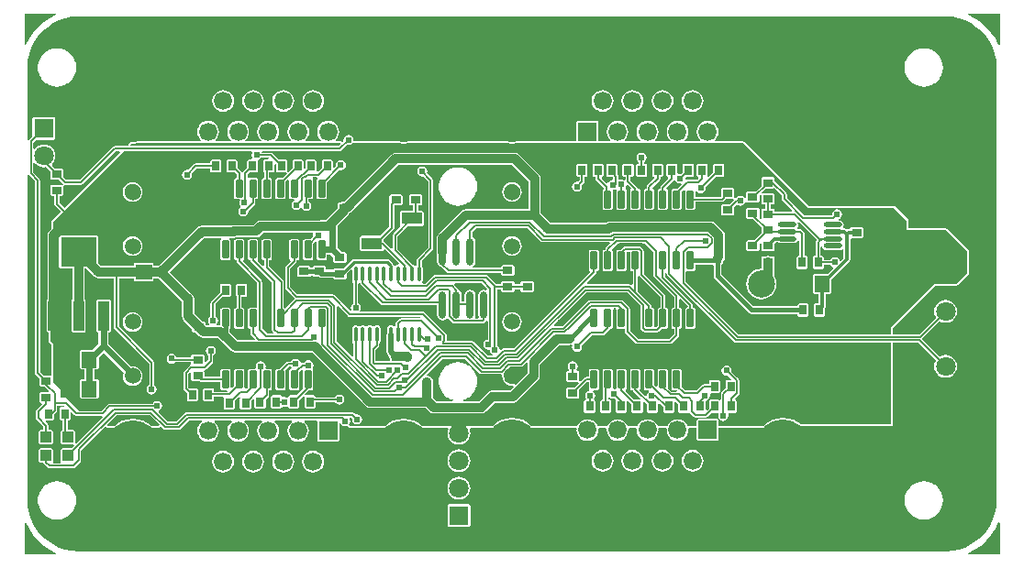
<source format=gtl>
G04 Layer_Physical_Order=1*
G04 Layer_Color=255*
%FSLAX25Y25*%
%MOIN*%
G70*
G01*
G75*
G04:AMPARAMS|DCode=10|XSize=25.59mil|YSize=64.96mil|CornerRadius=1.92mil|HoleSize=0mil|Usage=FLASHONLY|Rotation=0.000|XOffset=0mil|YOffset=0mil|HoleType=Round|Shape=RoundedRectangle|*
%AMROUNDEDRECTD10*
21,1,0.02559,0.06112,0,0,0.0*
21,1,0.02175,0.06496,0,0,0.0*
1,1,0.00384,0.01088,-0.03056*
1,1,0.00384,-0.01088,-0.03056*
1,1,0.00384,-0.01088,0.03056*
1,1,0.00384,0.01088,0.03056*
%
%ADD10ROUNDEDRECTD10*%
%ADD11R,0.03543X0.02756*%
%ADD12R,0.07480X0.04331*%
%ADD13R,0.02756X0.03543*%
%ADD14R,0.05512X0.05905*%
%ADD15O,0.02756X0.09842*%
%ADD16O,0.01378X0.05905*%
%ADD17R,0.03937X0.03937*%
%ADD18R,0.12992X0.10630*%
%ADD19R,0.03937X0.10630*%
%ADD20R,0.05905X0.05512*%
%ADD21O,0.06693X0.01772*%
%ADD22C,0.00600*%
%ADD23C,0.03200*%
%ADD24C,0.02400*%
%ADD25C,0.01000*%
%ADD26C,0.01200*%
%ADD27C,0.01600*%
%ADD28C,0.02000*%
%ADD29C,0.05905*%
%ADD30C,0.07874*%
%ADD31C,0.18740*%
%ADD32R,0.06653X0.06653*%
%ADD33C,0.06653*%
%ADD34R,0.07087X0.07087*%
%ADD35C,0.07087*%
%ADD36R,0.07087X0.07087*%
%ADD37C,0.09842*%
%ADD38C,0.02400*%
%ADD39C,0.03600*%
G36*
X18275Y50795D02*
X18573Y50595D01*
X18924Y50526D01*
X28245Y50526D01*
X28469Y50042D01*
X18718Y40291D01*
X18294Y40574D01*
X18366Y40748D01*
X18366Y44685D01*
X18176Y45144D01*
X17717Y45335D01*
X15681Y45335D01*
X15681Y48760D01*
X16142Y48760D01*
X16601Y48950D01*
X16791Y49409D01*
X16791Y51625D01*
X17253Y51816D01*
X18275Y50795D01*
X18275Y50795D02*
G37*
G36*
X261944Y148963D02*
X284779Y126128D01*
X315881Y126128D01*
X320606Y121404D01*
X320606Y119042D01*
X320606Y118110D01*
X334646Y118110D01*
X342520Y110236D01*
X342520Y102362D01*
X338583Y98425D01*
X330709Y98425D01*
X314961Y82677D01*
X314961Y80070D01*
X259416Y80070D01*
X240288Y99199D01*
X240288Y102781D01*
X240788Y103131D01*
X240822Y103125D01*
X242997Y103125D01*
X243306Y103186D01*
X243568Y103361D01*
X243743Y103623D01*
X243805Y103932D01*
X243805Y105561D01*
X250000Y105561D01*
X250000Y105561D01*
X250344Y105193D01*
X250344Y101378D01*
X250344Y101378D01*
X250453Y100832D01*
X250762Y100369D01*
X263164Y87967D01*
X263164Y87967D01*
X263627Y87658D01*
X264173Y87549D01*
X280847Y87549D01*
X280847Y87205D01*
X281037Y86746D01*
X281496Y86555D01*
X284252Y86555D01*
X284711Y86746D01*
X284901Y87205D01*
X284901Y90748D01*
X284711Y91207D01*
X284252Y91398D01*
X281496Y91398D01*
X281037Y91207D01*
X280847Y90748D01*
X280847Y90404D01*
X264764Y90404D01*
X253199Y101969D01*
X253199Y105473D01*
X253609Y105643D01*
X253799Y106102D01*
X253799Y106729D01*
X253824Y106754D01*
X254310Y107482D01*
X254481Y108340D01*
X254481Y116079D01*
X254310Y116937D01*
X253824Y117665D01*
X250868Y120621D01*
X250140Y121107D01*
X249282Y121278D01*
X226730Y121278D01*
X226722Y121279D01*
X212737Y121279D01*
X211879Y121109D01*
X211337Y120747D01*
X191223Y120747D01*
X187557Y124413D01*
X187557Y136733D01*
X187386Y137592D01*
X186900Y138319D01*
X179663Y145556D01*
X178936Y146042D01*
X178077Y146213D01*
X134915Y146213D01*
X134057Y146042D01*
X133329Y145556D01*
X116197Y128424D01*
X116142Y128424D01*
X115283Y128253D01*
X115216Y128208D01*
X114370Y128208D01*
X113911Y128018D01*
X113721Y127559D01*
X113721Y125864D01*
X110585Y122729D01*
X110386Y122596D01*
X109407Y121616D01*
X85909Y121616D01*
X85050Y121446D01*
X84323Y120959D01*
X83209Y119846D01*
X76126Y119846D01*
X75407Y119703D01*
X64310Y119703D01*
X63452Y119532D01*
X62724Y119046D01*
X48677Y104999D01*
X46909Y104999D01*
X46909Y105512D01*
X46719Y105971D01*
X46260Y106161D01*
X40354Y106161D01*
X39895Y105971D01*
X39705Y105512D01*
X39705Y104999D01*
X27898Y104999D01*
X26831Y106066D01*
X26831Y115354D01*
X26640Y115814D01*
X26181Y116004D01*
X13189Y116004D01*
X12730Y115814D01*
X12539Y115354D01*
X12539Y104724D01*
X12730Y104265D01*
X13189Y104075D01*
X17442Y104075D01*
X17442Y92662D01*
X17257Y92585D01*
X17067Y92126D01*
X17067Y81496D01*
X17257Y81037D01*
X17717Y80847D01*
X21654Y80847D01*
X22113Y81037D01*
X22303Y81496D01*
X22303Y92126D01*
X22113Y92585D01*
X21928Y92662D01*
X21928Y104075D01*
X22477Y104075D01*
X25382Y101170D01*
X26110Y100684D01*
X26969Y100513D01*
X32547Y100513D01*
X32547Y82677D01*
X32617Y82326D01*
X32816Y82028D01*
X45342Y69502D01*
X45342Y61591D01*
X44962Y61337D01*
X44564Y60742D01*
X44425Y60039D01*
X44564Y59337D01*
X44962Y58742D01*
X45557Y58344D01*
X46260Y58204D01*
X46962Y58344D01*
X47558Y58742D01*
X47955Y59337D01*
X48095Y60039D01*
X47955Y60742D01*
X47558Y61337D01*
X47177Y61591D01*
X47177Y69882D01*
X47108Y70233D01*
X46909Y70531D01*
X34382Y83057D01*
X34382Y100513D01*
X39705Y100513D01*
X39705Y100000D01*
X39895Y99541D01*
X40354Y99351D01*
X46260Y99351D01*
X46719Y99541D01*
X46909Y100000D01*
X46909Y100513D01*
X48677Y100513D01*
X57206Y91984D01*
X57206Y86811D01*
X57376Y85953D01*
X57863Y85225D01*
X60965Y82123D01*
X60965Y81496D01*
X61155Y81037D01*
X61614Y80847D01*
X62241Y80847D01*
X63571Y79516D01*
X64299Y79030D01*
X65158Y78859D01*
X70331Y78859D01*
X71249Y77941D01*
X75085Y74105D01*
X75813Y73619D01*
X76671Y73448D01*
X104526Y73448D01*
X124000Y53974D01*
X124728Y53488D01*
X125586Y53317D01*
X138370Y53317D01*
X138615Y53269D01*
X145921Y53269D01*
X147233Y51957D01*
X147960Y51471D01*
X148819Y51300D01*
X166058Y51300D01*
X166916Y51471D01*
X167644Y51957D01*
X170852Y55165D01*
X177487Y55165D01*
X178345Y55335D01*
X179073Y55822D01*
X186626Y63375D01*
X187112Y64102D01*
X187283Y64961D01*
X187283Y69150D01*
X194342Y76209D01*
X197940Y76209D01*
X198591Y76338D01*
X198997Y76004D01*
X199024Y75953D01*
X198952Y75590D01*
X199091Y74888D01*
X199489Y74293D01*
X200085Y73895D01*
X200787Y73755D01*
X201489Y73895D01*
X202085Y74293D01*
X202483Y74888D01*
X202622Y75590D01*
X202533Y76039D01*
X206285Y79791D01*
X210236Y79791D01*
X210587Y79861D01*
X210885Y80060D01*
X212558Y81733D01*
X212757Y82031D01*
X212763Y82062D01*
X212997Y82062D01*
X213306Y82123D01*
X213568Y82298D01*
X213743Y82560D01*
X213805Y82869D01*
X213805Y88981D01*
X213774Y89134D01*
X214015Y89541D01*
X214115Y89634D01*
X214704Y89634D01*
X214804Y89541D01*
X215045Y89134D01*
X215014Y88981D01*
X215014Y82869D01*
X215076Y82560D01*
X215251Y82298D01*
X215513Y82123D01*
X215822Y82062D01*
X217997Y82062D01*
X218171Y81919D01*
X218171Y81091D01*
X218241Y80740D01*
X218440Y80442D01*
X221992Y76890D01*
X222290Y76691D01*
X222641Y76621D01*
X234626Y76621D01*
X234977Y76691D01*
X235274Y76890D01*
X237558Y79174D01*
X237757Y79472D01*
X237827Y79823D01*
X237827Y82062D01*
X237997Y82062D01*
X238306Y82123D01*
X238568Y82298D01*
X238743Y82560D01*
X238805Y82869D01*
X238805Y88981D01*
X238743Y89290D01*
X238568Y89552D01*
X238306Y89727D01*
X237997Y89789D01*
X237827Y89789D01*
X237827Y92792D01*
X238289Y92983D01*
X240984Y90289D01*
X240972Y89789D01*
X240822Y89789D01*
X240513Y89727D01*
X240251Y89552D01*
X240076Y89290D01*
X240014Y88981D01*
X240014Y82869D01*
X240076Y82560D01*
X240251Y82298D01*
X240513Y82123D01*
X240822Y82062D01*
X242997Y82062D01*
X243306Y82123D01*
X243568Y82298D01*
X243743Y82560D01*
X243805Y82869D01*
X243805Y88981D01*
X243743Y89290D01*
X243568Y89552D01*
X243306Y89727D01*
X242997Y89789D01*
X242827Y89789D01*
X242827Y90661D01*
X242757Y91012D01*
X242558Y91309D01*
X232827Y101041D01*
X232827Y102523D01*
X232834Y102525D01*
X233265Y102280D01*
X233348Y102171D01*
X233404Y101889D01*
X233603Y101591D01*
X257890Y77304D01*
X258188Y77105D01*
X258539Y77035D01*
X314961Y77035D01*
X314961Y47244D01*
X282076Y47244D01*
X281137Y48015D01*
X279405Y48941D01*
X277525Y49511D01*
X275571Y49703D01*
X273616Y49511D01*
X272153Y49067D01*
X272153Y49067D01*
X271737Y48941D01*
X270005Y48015D01*
X268521Y46797D01*
X252165Y46797D01*
X252165Y48602D01*
X251975Y49062D01*
X251516Y49252D01*
X244862Y49252D01*
X244403Y49062D01*
X244213Y48602D01*
X244213Y46797D01*
X240903Y46797D01*
X240714Y47256D01*
X240084Y48076D01*
X239264Y48706D01*
X238309Y49101D01*
X237283Y49236D01*
X236258Y49101D01*
X235303Y48706D01*
X234483Y48076D01*
X233853Y47256D01*
X233664Y46797D01*
X229998Y46797D01*
X229808Y47256D01*
X229179Y48076D01*
X228358Y48706D01*
X227403Y49101D01*
X226378Y49236D01*
X225353Y49101D01*
X224398Y48706D01*
X223577Y48076D01*
X222948Y47256D01*
X222758Y46797D01*
X219092Y46797D01*
X218902Y47256D01*
X218273Y48076D01*
X217453Y48706D01*
X216497Y49101D01*
X215472Y49236D01*
X214447Y49101D01*
X213492Y48706D01*
X212672Y48076D01*
X212042Y47256D01*
X211853Y46797D01*
X208187Y46797D01*
X207997Y47256D01*
X207367Y48076D01*
X206547Y48706D01*
X205592Y49101D01*
X204567Y49236D01*
X203542Y49101D01*
X202587Y48706D01*
X201766Y48076D01*
X201137Y47256D01*
X200947Y46797D01*
X184234Y46797D01*
X182751Y48015D01*
X181019Y48941D01*
X179139Y49511D01*
X177185Y49703D01*
X175231Y49511D01*
X173351Y48941D01*
X171619Y48015D01*
X170135Y46797D01*
X144422Y46797D01*
X143322Y47700D01*
X141590Y48626D01*
X139710Y49196D01*
X137756Y49388D01*
X135801Y49196D01*
X133922Y48626D01*
X132190Y47700D01*
X131090Y46797D01*
X118171Y46797D01*
X117947Y47297D01*
X118231Y47723D01*
X118371Y48425D01*
X118231Y49128D01*
X118078Y49356D01*
X118298Y49782D01*
X118757Y49813D01*
X119077Y49446D01*
X119031Y49213D01*
X119171Y48510D01*
X119568Y47915D01*
X120164Y47517D01*
X120866Y47377D01*
X121569Y47517D01*
X122164Y47915D01*
X122562Y48510D01*
X122701Y49213D01*
X122562Y49915D01*
X122164Y50510D01*
X121569Y50908D01*
X120866Y51048D01*
X120418Y50959D01*
X119921Y51455D01*
X119624Y51654D01*
X119272Y51724D01*
X58894Y51724D01*
X58543Y51654D01*
X58245Y51455D01*
X55214Y48424D01*
X52107Y48424D01*
X48774Y51757D01*
X48879Y52234D01*
X48948Y52290D01*
X49526Y52677D01*
X49924Y53272D01*
X50064Y53975D01*
X49924Y54677D01*
X49526Y55273D01*
X48931Y55670D01*
X48228Y55810D01*
X47526Y55670D01*
X46931Y55273D01*
X46677Y54892D01*
X30960Y54892D01*
X30609Y54823D01*
X30312Y54624D01*
X28049Y52361D01*
X20751Y52361D01*
X10369Y62742D01*
X10369Y121010D01*
X36147Y146788D01*
X82581Y146788D01*
X82848Y146288D01*
X82641Y145978D01*
X82501Y145276D01*
X82641Y144573D01*
X82850Y144260D01*
X82583Y143760D01*
X81496Y143760D01*
X81037Y143570D01*
X80847Y143110D01*
X80847Y140609D01*
X79582Y139344D01*
X79401Y139073D01*
X79151Y139040D01*
X79106Y139038D01*
X78877Y139065D01*
X78700Y139330D01*
X77421Y140609D01*
X77421Y143110D01*
X77231Y143570D01*
X76772Y143760D01*
X74016Y143760D01*
X73557Y143570D01*
X73366Y143110D01*
X73366Y139567D01*
X73557Y139108D01*
X74016Y138918D01*
X76517Y138918D01*
X77134Y138301D01*
X77134Y137033D01*
X76964Y137033D01*
X76655Y136971D01*
X76393Y136796D01*
X76218Y136534D01*
X76156Y136225D01*
X76156Y130113D01*
X76218Y129804D01*
X76393Y129542D01*
X76655Y129367D01*
X76964Y129306D01*
X78059Y129306D01*
X78326Y128806D01*
X78226Y128655D01*
X78086Y127953D01*
X78226Y127250D01*
X78501Y126838D01*
X78623Y126655D01*
X78391Y126209D01*
X78230Y126101D01*
X77832Y125505D01*
X77692Y124803D01*
X77832Y124101D01*
X78230Y123505D01*
X78825Y123107D01*
X79527Y122968D01*
X80230Y123107D01*
X80825Y123505D01*
X81223Y124101D01*
X81363Y124803D01*
X81339Y124923D01*
X83700Y127284D01*
X83899Y127582D01*
X83969Y127933D01*
X83969Y129306D01*
X84139Y129306D01*
X84448Y129367D01*
X84710Y129542D01*
X84885Y129804D01*
X84946Y130113D01*
X84946Y136225D01*
X84885Y136534D01*
X84710Y136796D01*
X84448Y136971D01*
X84139Y137033D01*
X81964Y137033D01*
X81655Y136971D01*
X81648Y136967D01*
X81148Y137234D01*
X81148Y138315D01*
X81751Y138918D01*
X84252Y138918D01*
X84711Y139108D01*
X84901Y139567D01*
X84901Y143110D01*
X84852Y143230D01*
X85039Y143580D01*
X85634Y143978D01*
X85888Y144358D01*
X88838Y144358D01*
X88904Y144260D01*
X88637Y143760D01*
X87402Y143760D01*
X86942Y143570D01*
X86752Y143110D01*
X86752Y139567D01*
X86942Y139108D01*
X87134Y139029D01*
X87134Y137033D01*
X86964Y137033D01*
X86655Y136971D01*
X86393Y136796D01*
X86218Y136534D01*
X86156Y136225D01*
X86156Y130113D01*
X86218Y129804D01*
X86393Y129542D01*
X86655Y129367D01*
X86964Y129306D01*
X89139Y129306D01*
X89448Y129367D01*
X89710Y129542D01*
X89885Y129804D01*
X89946Y130113D01*
X89946Y136225D01*
X89885Y136534D01*
X89710Y136796D01*
X89448Y136971D01*
X89139Y137033D01*
X88969Y137033D01*
X88969Y138918D01*
X90158Y138918D01*
X90617Y139108D01*
X90807Y139567D01*
X90807Y141708D01*
X91307Y141957D01*
X91477Y141830D01*
X91477Y139567D01*
X91667Y139108D01*
X92126Y138918D01*
X94882Y138918D01*
X95055Y138989D01*
X95339Y138566D01*
X93806Y137033D01*
X91964Y137033D01*
X91655Y136971D01*
X91393Y136796D01*
X91218Y136534D01*
X91156Y136225D01*
X91156Y130113D01*
X91218Y129804D01*
X91393Y129542D01*
X91655Y129367D01*
X91964Y129306D01*
X94139Y129306D01*
X94448Y129367D01*
X94710Y129542D01*
X94885Y129804D01*
X94946Y130113D01*
X94946Y135578D01*
X95670Y136301D01*
X95788Y136283D01*
X96156Y136080D01*
X96156Y130113D01*
X96218Y129804D01*
X96393Y129542D01*
X96655Y129367D01*
X96964Y129306D01*
X97951Y129306D01*
X97997Y129181D01*
X98034Y128806D01*
X97521Y128463D01*
X97123Y127868D01*
X96984Y127165D01*
X97123Y126463D01*
X97521Y125868D01*
X98117Y125470D01*
X98819Y125330D01*
X99521Y125470D01*
X100117Y125868D01*
X100181Y125964D01*
X100307Y125992D01*
X100760Y125930D01*
X101065Y125474D01*
X101660Y125076D01*
X102362Y124936D01*
X103065Y125076D01*
X103660Y125474D01*
X104058Y126069D01*
X104198Y126772D01*
X104058Y127474D01*
X103660Y128069D01*
X103280Y128323D01*
X103280Y129306D01*
X104139Y129306D01*
X104448Y129367D01*
X104710Y129542D01*
X104885Y129804D01*
X104946Y130113D01*
X104946Y136225D01*
X104885Y136534D01*
X104726Y136771D01*
X104755Y136911D01*
X104899Y137271D01*
X106203Y137271D01*
X106347Y136911D01*
X106376Y136771D01*
X106218Y136534D01*
X106156Y136225D01*
X106156Y130113D01*
X106218Y129804D01*
X106393Y129542D01*
X106655Y129367D01*
X106964Y129306D01*
X109139Y129306D01*
X109448Y129367D01*
X109710Y129542D01*
X109885Y129804D01*
X109946Y130113D01*
X109946Y135420D01*
X114512Y139986D01*
X114961Y139897D01*
X115663Y140037D01*
X116258Y140435D01*
X116656Y141030D01*
X116796Y141732D01*
X116656Y142435D01*
X116258Y143030D01*
X115663Y143428D01*
X114961Y143568D01*
X114258Y143428D01*
X113663Y143030D01*
X113265Y142435D01*
X113125Y141732D01*
X113215Y141284D01*
X112529Y140598D01*
X112067Y140789D01*
X112067Y143110D01*
X111876Y143569D01*
X111417Y143760D01*
X108661Y143760D01*
X108202Y143569D01*
X108012Y143110D01*
X108012Y140609D01*
X106779Y139376D01*
X106280Y139410D01*
X106161Y139567D01*
X106161Y143110D01*
X105971Y143569D01*
X105512Y143760D01*
X102756Y143760D01*
X102297Y143569D01*
X102106Y143110D01*
X102106Y140650D01*
X101937Y140523D01*
X101437Y140773D01*
X101437Y143110D01*
X101247Y143570D01*
X100787Y143760D01*
X98032Y143760D01*
X97572Y143570D01*
X97382Y143110D01*
X97382Y140609D01*
X95883Y139110D01*
X95460Y139393D01*
X95531Y139567D01*
X95531Y143110D01*
X95341Y143570D01*
X94882Y143760D01*
X92381Y143760D01*
X90216Y145924D01*
X89918Y146123D01*
X89567Y146193D01*
X86341Y146193D01*
X86284Y146288D01*
X86567Y146788D01*
X114635Y146788D01*
X114986Y146858D01*
X115284Y147057D01*
X117268Y149041D01*
X117717Y148952D01*
X118419Y149092D01*
X119014Y149490D01*
X119188Y149750D01*
X135402Y149750D01*
X135821Y149623D01*
X137776Y149431D01*
X139730Y149623D01*
X140149Y149750D01*
X174811Y149750D01*
X175231Y149623D01*
X177185Y149431D01*
X179139Y149623D01*
X179559Y149750D01*
X261157Y149750D01*
X261944Y148963D01*
X261944Y148963D02*
G37*
G36*
X168153Y96691D02*
X168128Y96484D01*
X168004Y96384D01*
X167588Y96181D01*
X166949Y96308D01*
X166177Y96154D01*
X165523Y95717D01*
X165086Y95063D01*
X164932Y94291D01*
X164932Y87205D01*
X165086Y86433D01*
X165184Y86285D01*
X164948Y85844D01*
X163949Y85844D01*
X163713Y86285D01*
X163812Y86433D01*
X163965Y87205D01*
X163965Y94291D01*
X163812Y95063D01*
X163375Y95717D01*
X162721Y96154D01*
X161949Y96308D01*
X161177Y96154D01*
X160523Y95717D01*
X160086Y95063D01*
X159932Y94291D01*
X159932Y92103D01*
X158966Y92103D01*
X158966Y94291D01*
X158812Y95063D01*
X158375Y95717D01*
X157867Y96057D01*
X157867Y96201D01*
X157797Y96552D01*
X157598Y96850D01*
X156259Y98189D01*
X156466Y98689D01*
X166155Y98689D01*
X168153Y96691D01*
X168153Y96691D02*
G37*
G36*
X122015Y98721D02*
X122085Y98369D01*
X122284Y98072D01*
X129329Y91027D01*
X129627Y90828D01*
X129978Y90758D01*
X149932Y90758D01*
X149932Y87205D01*
X150086Y86433D01*
X150523Y85779D01*
X151177Y85342D01*
X151949Y85188D01*
X152721Y85342D01*
X153252Y85696D01*
X153387Y85777D01*
X153928Y85706D01*
X155356Y84278D01*
X155654Y84079D01*
X156005Y84009D01*
X166423Y84009D01*
X166774Y84079D01*
X167072Y84278D01*
X167598Y84804D01*
X167797Y85102D01*
X167874Y85125D01*
X168374Y84754D01*
X168374Y78187D01*
X167802Y78074D01*
X167206Y77676D01*
X166808Y77080D01*
X166669Y76378D01*
X166808Y75676D01*
X167206Y75080D01*
X167802Y74682D01*
X168504Y74543D01*
X168832Y74608D01*
X169031Y74409D01*
X169171Y73707D01*
X169568Y73112D01*
X170074Y72774D01*
X170015Y72337D01*
X169991Y72274D01*
X168394Y72274D01*
X163172Y77496D01*
X162874Y77695D01*
X162523Y77765D01*
X153498Y77765D01*
X153411Y77870D01*
X153411Y79610D01*
X153341Y79961D01*
X153143Y80259D01*
X145351Y88050D01*
X145053Y88249D01*
X144702Y88319D01*
X122175Y88319D01*
X121908Y88819D01*
X122070Y89061D01*
X122209Y89764D01*
X122070Y90466D01*
X121672Y91062D01*
X121292Y91316D01*
X121292Y98465D01*
X121785Y98784D01*
X122015Y98721D01*
X122015Y98721D02*
G37*
G36*
X114920Y149288D02*
X114254Y148623D01*
X38636Y148623D01*
X38445Y149085D01*
X38844Y149484D01*
X39390Y149431D01*
X41344Y149623D01*
X41763Y149750D01*
X114728Y149750D01*
X114920Y149288D01*
X114920Y149288D02*
G37*
G36*
X165376Y65908D02*
X165674Y65709D01*
X166025Y65639D01*
X173167Y65639D01*
X173486Y65379D01*
X173612Y65189D01*
X173582Y64961D01*
X173704Y64033D01*
X174062Y63169D01*
X174632Y62427D01*
X175374Y61857D01*
X176238Y61499D01*
X177165Y61377D01*
X177639Y61440D01*
X177873Y60966D01*
X176558Y59651D01*
X170070Y59651D01*
X169947Y59676D01*
X169089Y59505D01*
X168361Y59018D01*
X165129Y55786D01*
X159386Y55786D01*
X159312Y56286D01*
X160091Y56523D01*
X160143Y56565D01*
X160209Y56572D01*
X161303Y57156D01*
X161345Y57208D01*
X161409Y57227D01*
X162368Y58014D01*
X162399Y58073D01*
X162458Y58104D01*
X163245Y59064D01*
X163265Y59127D01*
X163316Y59169D01*
X163901Y60264D01*
X163907Y60330D01*
X163950Y60381D01*
X164310Y61569D01*
X164303Y61635D01*
X164335Y61694D01*
X164456Y62928D01*
X164437Y62992D01*
X164456Y63056D01*
X164335Y64291D01*
X164303Y64349D01*
X164310Y64416D01*
X163950Y65603D01*
X163907Y65654D01*
X163901Y65721D01*
X163316Y66815D01*
X163265Y66857D01*
X163245Y66921D01*
X162458Y67880D01*
X162399Y67911D01*
X162368Y67970D01*
X161409Y68757D01*
X161345Y68776D01*
X161303Y68828D01*
X160209Y69413D01*
X160143Y69419D01*
X160091Y69462D01*
X158904Y69822D01*
X158837Y69815D01*
X158779Y69846D01*
X157544Y69968D01*
X157512Y69958D01*
X157480Y69971D01*
X157449Y69958D01*
X157417Y69968D01*
X156182Y69846D01*
X156123Y69815D01*
X156057Y69822D01*
X154869Y69462D01*
X154818Y69419D01*
X154752Y69413D01*
X153658Y68828D01*
X153615Y68776D01*
X153552Y68757D01*
X152593Y67970D01*
X152561Y67911D01*
X152503Y67880D01*
X151715Y66921D01*
X151696Y66857D01*
X151645Y66815D01*
X151060Y65720D01*
X151053Y65654D01*
X151011Y65603D01*
X150651Y64416D01*
X150657Y64349D01*
X150626Y64291D01*
X150504Y63056D01*
X150524Y62992D01*
X150504Y62928D01*
X150626Y61694D01*
X150657Y61635D01*
X150651Y61569D01*
X151011Y60381D01*
X151053Y60330D01*
X151060Y60264D01*
X151645Y59169D01*
X151696Y59127D01*
X151715Y59064D01*
X152503Y58104D01*
X152561Y58073D01*
X152593Y58014D01*
X153552Y57227D01*
X153615Y57208D01*
X153658Y57156D01*
X154752Y56572D01*
X154818Y56565D01*
X154869Y56523D01*
X155649Y56286D01*
X155575Y55786D01*
X149748Y55786D01*
X148436Y57098D01*
X148306Y57185D01*
X148306Y61636D01*
X148324Y61662D01*
X148510Y62598D01*
X148324Y63535D01*
X147793Y64329D01*
X146999Y64859D01*
X146444Y64970D01*
X146280Y65512D01*
X151897Y71130D01*
X160154Y71130D01*
X165376Y65908D01*
X165376Y65908D02*
G37*
G36*
X34767Y146326D02*
X14554Y126113D01*
X12729Y127939D01*
X12729Y130453D01*
X13583Y130453D01*
X14042Y130643D01*
X14232Y131102D01*
X14232Y133858D01*
X14091Y134199D01*
X14353Y134513D01*
X14431Y134582D01*
X14764Y134515D01*
X20472Y134515D01*
X20824Y134585D01*
X21121Y134784D01*
X33125Y146788D01*
X34576Y146788D01*
X34767Y146326D01*
X34767Y146326D02*
G37*
G36*
X182796Y69673D02*
X182796Y65890D01*
X178575Y61668D01*
X178493Y61682D01*
X178078Y61879D01*
X178034Y61955D01*
X177929Y61983D01*
X177848Y62055D01*
X177699Y62045D01*
X177554Y62084D01*
X177165Y62032D01*
X176407Y62132D01*
X175701Y62425D01*
X175095Y62890D01*
X174629Y63497D01*
X174337Y64203D01*
X174237Y64961D01*
X174256Y65104D01*
X174197Y65324D01*
X174153Y65548D01*
X174026Y65738D01*
X174247Y66193D01*
X176352Y68298D01*
X180335Y68298D01*
X180686Y68368D01*
X180983Y68567D01*
X182296Y69880D01*
X182796Y69673D01*
X182796Y69673D02*
G37*
G36*
X4132Y142045D02*
X4997Y141381D01*
X6005Y140963D01*
X7087Y140821D01*
X7963Y140936D01*
X9390Y139509D01*
X9390Y137008D01*
X9580Y136549D01*
X10039Y136358D01*
X12541Y136358D01*
X14039Y134860D01*
X13756Y134436D01*
X13583Y134508D01*
X10039Y134508D01*
X9580Y134318D01*
X9390Y133858D01*
X9390Y131102D01*
X9580Y130643D01*
X10039Y130453D01*
X10893Y130453D01*
X10893Y127559D01*
X10963Y127208D01*
X11162Y126910D01*
X13257Y124816D01*
X9910Y121469D01*
X9720Y121010D01*
X9720Y118404D01*
X9044Y117728D01*
X8558Y117000D01*
X8387Y116142D01*
X8387Y92662D01*
X8202Y92585D01*
X8012Y92126D01*
X8012Y81496D01*
X8202Y81037D01*
X8661Y80847D01*
X8795Y80847D01*
X8795Y77953D01*
X8934Y77250D01*
X9332Y76655D01*
X9720Y76267D01*
X9720Y65069D01*
X9646Y65020D01*
X7144Y65020D01*
X5642Y66522D01*
X5642Y136221D01*
X5572Y136572D01*
X5373Y136869D01*
X3280Y138963D01*
X3280Y142334D01*
X3780Y142503D01*
X4132Y142045D01*
X4132Y142045D02*
G37*
G36*
X1646Y9270D02*
X3160Y7005D01*
X4956Y4956D01*
X7005Y3160D01*
X9270Y1646D01*
X11594Y500D01*
X11478Y0D01*
X0Y0D01*
X0Y11478D01*
X500Y11594D01*
X1646Y9270D01*
X1646Y9270D02*
G37*
G36*
X354331Y11478D02*
X354331Y0D01*
X342853Y0D01*
X342737Y500D01*
X345060Y1646D01*
X347326Y3160D01*
X349374Y4956D01*
X351171Y7005D01*
X352685Y9270D01*
X353831Y11594D01*
X354331Y11478D01*
X354331Y11478D02*
G37*
G36*
X354331Y185373D02*
X353831Y185256D01*
X352685Y187580D01*
X351171Y189846D01*
X349374Y191894D01*
X347326Y193691D01*
X345060Y195204D01*
X342737Y196350D01*
X342853Y196850D01*
X354331Y196850D01*
X354331Y185373D01*
X354331Y185373D02*
G37*
G36*
X11594Y196350D02*
X9270Y195204D01*
X7005Y193691D01*
X4956Y191894D01*
X3160Y189846D01*
X1646Y187580D01*
X500Y185256D01*
X0Y185373D01*
X0Y196850D01*
X11478Y196850D01*
X11594Y196350D01*
X11594Y196350D02*
G37*
G36*
X48979Y47259D02*
X48788Y46797D01*
X46036Y46797D01*
X44936Y47700D01*
X43204Y48626D01*
X41325Y49196D01*
X39370Y49388D01*
X37416Y49196D01*
X35536Y48626D01*
X33804Y47700D01*
X32704Y46797D01*
X30170Y46797D01*
X29979Y47259D01*
X33376Y50657D01*
X45581Y50657D01*
X48979Y47259D01*
X48979Y47259D02*
G37*
G36*
X19685Y195729D02*
X334646Y195729D01*
X334688Y195737D01*
X337070Y195581D01*
X339453Y195107D01*
X341754Y194326D01*
X343933Y193252D01*
X345953Y191902D01*
X347780Y190300D01*
X349382Y188473D01*
X350732Y186453D01*
X351807Y184274D01*
X352588Y181973D01*
X353062Y179590D01*
X353218Y177208D01*
X353209Y177165D01*
X353209Y19685D01*
X353218Y19642D01*
X353062Y17260D01*
X352588Y14877D01*
X351807Y12577D01*
X350732Y10398D01*
X349382Y8377D01*
X347780Y6551D01*
X345953Y4949D01*
X343933Y3599D01*
X341754Y2524D01*
X339453Y1743D01*
X337070Y1269D01*
X334688Y1113D01*
X334646Y1122D01*
X19685Y1122D01*
X19642Y1113D01*
X17260Y1269D01*
X14877Y1743D01*
X12577Y2524D01*
X10398Y3599D01*
X8377Y4949D01*
X6551Y6551D01*
X4949Y8377D01*
X3599Y10398D01*
X2524Y12577D01*
X1743Y14877D01*
X1269Y17260D01*
X1113Y19642D01*
X1122Y19685D01*
X1122Y137919D01*
X1622Y138071D01*
X1713Y137934D01*
X3807Y135840D01*
X3807Y66142D01*
X3877Y65791D01*
X4075Y65493D01*
X5453Y64116D01*
X5453Y61614D01*
X5643Y61155D01*
X6102Y60965D01*
X7423Y60965D01*
X8811Y59576D01*
X8620Y59114D01*
X6102Y59114D01*
X5643Y58924D01*
X5453Y58465D01*
X5453Y55709D01*
X5643Y55250D01*
X6102Y55059D01*
X6258Y55059D01*
X6449Y54597D01*
X4469Y52617D01*
X4270Y52320D01*
X4200Y51968D01*
X4200Y49606D01*
X4270Y49255D01*
X4469Y48957D01*
X6956Y46470D01*
X6956Y45335D01*
X5906Y45335D01*
X5446Y45144D01*
X5256Y44685D01*
X5256Y40748D01*
X5446Y40289D01*
X5906Y40099D01*
X9843Y40099D01*
X10302Y40289D01*
X10492Y40748D01*
X10492Y44685D01*
X10302Y45144D01*
X9843Y45335D01*
X8792Y45335D01*
X8792Y46850D01*
X8722Y47201D01*
X8523Y47499D01*
X7762Y48260D01*
X7969Y48760D01*
X10236Y48760D01*
X10695Y48950D01*
X10886Y49409D01*
X10886Y50927D01*
X11672Y51713D01*
X11871Y52011D01*
X11941Y52362D01*
X11941Y54201D01*
X14521Y54201D01*
X14586Y54102D01*
X14319Y53602D01*
X13386Y53602D01*
X12927Y53412D01*
X12736Y52953D01*
X12736Y49409D01*
X12927Y48950D01*
X13386Y48760D01*
X13846Y48760D01*
X13846Y45335D01*
X13780Y45335D01*
X13320Y45144D01*
X13130Y44685D01*
X13130Y40748D01*
X13320Y40289D01*
X13780Y40099D01*
X17717Y40099D01*
X17890Y40170D01*
X18173Y39747D01*
X17068Y38642D01*
X13780Y38642D01*
X13320Y38451D01*
X13130Y37992D01*
X13130Y34055D01*
X13277Y33701D01*
X13062Y33201D01*
X10560Y33201D01*
X10345Y33701D01*
X10492Y34055D01*
X10492Y37992D01*
X10302Y38451D01*
X9843Y38642D01*
X5906Y38642D01*
X5446Y38451D01*
X5256Y37992D01*
X5256Y34055D01*
X5446Y33596D01*
X5906Y33406D01*
X6968Y33406D01*
X7026Y33113D01*
X7225Y32816D01*
X8406Y31635D01*
X8704Y31436D01*
X9055Y31366D01*
X17717Y31366D01*
X18068Y31436D01*
X18365Y31635D01*
X20334Y33603D01*
X20533Y33901D01*
X20603Y34252D01*
X20603Y37883D01*
X29199Y46480D01*
X29711Y46338D01*
X29830Y46289D01*
X29921Y46197D01*
X30051Y46197D01*
X30170Y46148D01*
X32704Y46148D01*
X32907Y46232D01*
X33116Y46295D01*
X34167Y47157D01*
X35786Y48023D01*
X37543Y48556D01*
X39370Y48736D01*
X41197Y48556D01*
X42954Y48023D01*
X44573Y47157D01*
X45624Y46295D01*
X45833Y46232D01*
X46036Y46148D01*
X48788Y46148D01*
X48907Y46197D01*
X49036Y46197D01*
X49128Y46289D01*
X49247Y46338D01*
X49583Y46431D01*
X49830Y46409D01*
X50581Y45657D01*
X50879Y45458D01*
X51230Y45389D01*
X56091Y45389D01*
X56442Y45458D01*
X56740Y45657D01*
X59771Y48689D01*
X64339Y48689D01*
X64508Y48189D01*
X63951Y47761D01*
X63322Y46941D01*
X62926Y45986D01*
X62791Y44961D01*
X62926Y43936D01*
X63322Y42980D01*
X63951Y42160D01*
X64772Y41531D01*
X65727Y41135D01*
X66752Y41000D01*
X67777Y41135D01*
X68732Y41531D01*
X69553Y42160D01*
X70182Y42980D01*
X70578Y43936D01*
X70713Y44961D01*
X70578Y45986D01*
X70182Y46941D01*
X69553Y47761D01*
X68996Y48189D01*
X69165Y48689D01*
X75244Y48689D01*
X75414Y48189D01*
X74857Y47761D01*
X74227Y46941D01*
X73832Y45986D01*
X73697Y44961D01*
X73832Y43936D01*
X74227Y42980D01*
X74857Y42160D01*
X75677Y41531D01*
X76632Y41135D01*
X77658Y41000D01*
X78683Y41135D01*
X79638Y41531D01*
X80458Y42160D01*
X81087Y42980D01*
X81483Y43936D01*
X81618Y44961D01*
X81483Y45986D01*
X81087Y46941D01*
X80458Y47761D01*
X79901Y48189D01*
X80071Y48689D01*
X86150Y48689D01*
X86319Y48189D01*
X85762Y47761D01*
X85133Y46941D01*
X84737Y45986D01*
X84602Y44961D01*
X84737Y43936D01*
X85133Y42980D01*
X85762Y42160D01*
X86583Y41531D01*
X87538Y41135D01*
X88563Y41000D01*
X89588Y41135D01*
X90543Y41531D01*
X91364Y42160D01*
X91993Y42980D01*
X92389Y43936D01*
X92524Y44961D01*
X92389Y45986D01*
X91993Y46941D01*
X91364Y47761D01*
X90807Y48189D01*
X90976Y48689D01*
X97055Y48689D01*
X97225Y48189D01*
X96668Y47761D01*
X96039Y46941D01*
X95643Y45986D01*
X95508Y44961D01*
X95643Y43936D01*
X96039Y42980D01*
X96668Y42160D01*
X97488Y41531D01*
X98443Y41135D01*
X99468Y41000D01*
X100494Y41135D01*
X101449Y41531D01*
X102269Y42160D01*
X102899Y42980D01*
X103294Y43936D01*
X103429Y44961D01*
X103294Y45986D01*
X102899Y46941D01*
X102269Y47761D01*
X101712Y48189D01*
X101882Y48689D01*
X106130Y48689D01*
X106398Y48287D01*
X106398Y41634D01*
X106588Y41175D01*
X107047Y40984D01*
X113701Y40984D01*
X114160Y41175D01*
X114350Y41634D01*
X114350Y47624D01*
X114808Y47717D01*
X114850Y47707D01*
X115238Y47128D01*
X115833Y46730D01*
X116535Y46590D01*
X117238Y46730D01*
X117527Y46646D01*
X117578Y46532D01*
X117648Y46466D01*
X117677Y46422D01*
X117711Y46338D01*
X117839Y46285D01*
X117939Y46191D01*
X118059Y46194D01*
X118171Y46148D01*
X131090Y46148D01*
X131292Y46232D01*
X131502Y46295D01*
X132553Y47157D01*
X134172Y48023D01*
X135929Y48556D01*
X137756Y48736D01*
X139583Y48556D01*
X141340Y48023D01*
X142959Y47157D01*
X144010Y46295D01*
X144219Y46232D01*
X144422Y46148D01*
X153774Y46148D01*
X154051Y45732D01*
X153837Y45215D01*
X153695Y44134D01*
X153837Y43052D01*
X154255Y42044D01*
X154919Y41179D01*
X155784Y40515D01*
X156792Y40097D01*
X157874Y39955D01*
X158956Y40097D01*
X159964Y40515D01*
X160829Y41179D01*
X161493Y42044D01*
X161911Y43052D01*
X162053Y44134D01*
X161911Y45215D01*
X161697Y45732D01*
X161974Y46148D01*
X170135Y46148D01*
X170338Y46232D01*
X170547Y46295D01*
X171982Y47472D01*
X173601Y48338D01*
X175358Y48871D01*
X177185Y49051D01*
X179012Y48871D01*
X180769Y48338D01*
X182388Y47472D01*
X183823Y46295D01*
X184032Y46232D01*
X184234Y46148D01*
X200342Y46148D01*
X200672Y45772D01*
X200606Y45276D01*
X200741Y44251D01*
X201137Y43295D01*
X201766Y42475D01*
X202587Y41846D01*
X203542Y41450D01*
X204567Y41315D01*
X205592Y41450D01*
X206547Y41846D01*
X207367Y42475D01*
X207997Y43295D01*
X208393Y44251D01*
X208528Y45276D01*
X208462Y45772D01*
X208792Y46148D01*
X211247Y46148D01*
X211577Y45772D01*
X211512Y45276D01*
X211647Y44251D01*
X212042Y43295D01*
X212672Y42475D01*
X213492Y41846D01*
X214447Y41450D01*
X215472Y41315D01*
X216497Y41450D01*
X217453Y41846D01*
X218273Y42475D01*
X218902Y43295D01*
X219298Y44251D01*
X219433Y45276D01*
X219368Y45772D01*
X219697Y46148D01*
X222153Y46148D01*
X222483Y45772D01*
X222417Y45276D01*
X222552Y44251D01*
X222948Y43295D01*
X223577Y42475D01*
X224398Y41846D01*
X225353Y41450D01*
X226378Y41315D01*
X227403Y41450D01*
X228358Y41846D01*
X229179Y42475D01*
X229808Y43295D01*
X230204Y44251D01*
X230339Y45276D01*
X230273Y45772D01*
X230603Y46148D01*
X233059Y46148D01*
X233388Y45772D01*
X233323Y45276D01*
X233458Y44251D01*
X233853Y43295D01*
X234483Y42475D01*
X235303Y41846D01*
X236258Y41450D01*
X237283Y41315D01*
X238309Y41450D01*
X239264Y41846D01*
X240084Y42475D01*
X240714Y43295D01*
X241109Y44251D01*
X241244Y45276D01*
X241179Y45772D01*
X241508Y46148D01*
X244213Y46148D01*
X244213Y41949D01*
X244403Y41490D01*
X244862Y41299D01*
X251516Y41299D01*
X251975Y41490D01*
X252165Y41949D01*
X252165Y46148D01*
X268521Y46148D01*
X268724Y46232D01*
X268933Y46295D01*
X270368Y47472D01*
X271987Y48338D01*
X273744Y48871D01*
X275571Y49051D01*
X277398Y48871D01*
X279155Y48338D01*
X280774Y47472D01*
X281664Y46742D01*
X281874Y46679D01*
X282076Y46595D01*
X314961Y46595D01*
X315420Y46785D01*
X315610Y47244D01*
X315610Y77035D01*
X324738Y77035D01*
X331127Y70646D01*
X331027Y70515D01*
X330609Y69507D01*
X330467Y68425D01*
X330609Y67344D01*
X331027Y66336D01*
X331691Y65470D01*
X332556Y64806D01*
X333564Y64389D01*
X334646Y64246D01*
X335727Y64389D01*
X336735Y64806D01*
X337601Y65470D01*
X338265Y66336D01*
X338682Y67344D01*
X338825Y68425D01*
X338682Y69507D01*
X338265Y70515D01*
X337601Y71380D01*
X336735Y72044D01*
X335727Y72462D01*
X334646Y72604D01*
X333564Y72462D01*
X332556Y72044D01*
X332425Y71944D01*
X326264Y78104D01*
X326297Y78779D01*
X332425Y84907D01*
X332556Y84806D01*
X333564Y84389D01*
X334646Y84246D01*
X335727Y84389D01*
X336735Y84806D01*
X337601Y85470D01*
X338265Y86336D01*
X338682Y87344D01*
X338825Y88425D01*
X338682Y89507D01*
X338265Y90515D01*
X337601Y91380D01*
X336735Y92044D01*
X335727Y92462D01*
X334646Y92604D01*
X333564Y92462D01*
X332556Y92044D01*
X331691Y91380D01*
X331027Y90515D01*
X330609Y89507D01*
X330467Y88425D01*
X330609Y87344D01*
X331027Y86336D01*
X331127Y86204D01*
X324993Y80070D01*
X315610Y80070D01*
X315610Y82408D01*
X330978Y97776D01*
X338583Y97776D01*
X339042Y97966D01*
X342979Y101903D01*
X343169Y102362D01*
X343169Y110236D01*
X342979Y110696D01*
X335105Y118570D01*
X334646Y118760D01*
X321255Y118760D01*
X321255Y121404D01*
X321065Y121863D01*
X316340Y126587D01*
X315881Y126778D01*
X285048Y126778D01*
X262403Y149422D01*
X261616Y150209D01*
X261157Y150400D01*
X250953Y150400D01*
X250783Y150900D01*
X250990Y151058D01*
X251619Y151878D01*
X252015Y152833D01*
X252150Y153858D01*
X252015Y154883D01*
X251619Y155839D01*
X250990Y156659D01*
X250169Y157288D01*
X249214Y157684D01*
X248189Y157819D01*
X247164Y157684D01*
X246209Y157288D01*
X245388Y156659D01*
X244759Y155839D01*
X244363Y154883D01*
X244228Y153858D01*
X244363Y152833D01*
X244759Y151878D01*
X245388Y151058D01*
X245594Y150900D01*
X245425Y150400D01*
X240048Y150400D01*
X239878Y150900D01*
X240084Y151058D01*
X240714Y151878D01*
X241109Y152833D01*
X241244Y153858D01*
X241109Y154883D01*
X240714Y155839D01*
X240084Y156659D01*
X239264Y157288D01*
X238309Y157684D01*
X237283Y157819D01*
X236258Y157684D01*
X235303Y157288D01*
X234483Y156659D01*
X233853Y155839D01*
X233458Y154883D01*
X233323Y153858D01*
X233458Y152833D01*
X233853Y151878D01*
X234483Y151058D01*
X234689Y150900D01*
X234519Y150400D01*
X229142Y150400D01*
X228973Y150900D01*
X229179Y151058D01*
X229808Y151878D01*
X230204Y152833D01*
X230339Y153858D01*
X230204Y154883D01*
X229808Y155839D01*
X229179Y156659D01*
X228358Y157288D01*
X227403Y157684D01*
X226378Y157819D01*
X225353Y157684D01*
X224398Y157288D01*
X223577Y156659D01*
X222948Y155839D01*
X222552Y154883D01*
X222417Y153858D01*
X222552Y152833D01*
X222948Y151878D01*
X223577Y151058D01*
X223783Y150900D01*
X223614Y150400D01*
X218237Y150400D01*
X218067Y150900D01*
X218273Y151058D01*
X218902Y151878D01*
X219298Y152833D01*
X219433Y153858D01*
X219298Y154883D01*
X218902Y155839D01*
X218273Y156659D01*
X217453Y157288D01*
X216497Y157684D01*
X215472Y157819D01*
X214447Y157684D01*
X213492Y157288D01*
X212672Y156659D01*
X212042Y155839D01*
X211647Y154883D01*
X211512Y153858D01*
X211647Y152833D01*
X212042Y151878D01*
X212672Y151058D01*
X212878Y150900D01*
X212708Y150400D01*
X208631Y150400D01*
X208543Y150531D01*
X208543Y157185D01*
X208353Y157644D01*
X207894Y157834D01*
X201240Y157834D01*
X200781Y157644D01*
X200591Y157185D01*
X200591Y150531D01*
X200503Y150400D01*
X179559Y150400D01*
X179468Y150362D01*
X179370Y150372D01*
X179012Y150263D01*
X177185Y150083D01*
X175358Y150263D01*
X175000Y150372D01*
X174902Y150362D01*
X174811Y150400D01*
X140149Y150400D01*
X140058Y150362D01*
X139961Y150372D01*
X139603Y150263D01*
X137776Y150083D01*
X135948Y150263D01*
X135591Y150372D01*
X135493Y150362D01*
X135402Y150400D01*
X119869Y150400D01*
X119552Y150786D01*
X119552Y150787D01*
X119412Y151490D01*
X119014Y152085D01*
X118419Y152483D01*
X117717Y152623D01*
X117014Y152483D01*
X116419Y152085D01*
X116021Y151490D01*
X115881Y150787D01*
X115946Y150460D01*
X115573Y150102D01*
X115188Y150209D01*
X115068Y150259D01*
X114977Y150350D01*
X114848Y150350D01*
X114728Y150400D01*
X113158Y150400D01*
X112988Y150900D01*
X113194Y151058D01*
X113824Y151878D01*
X114219Y152833D01*
X114354Y153858D01*
X114219Y154883D01*
X113824Y155839D01*
X113194Y156659D01*
X112374Y157288D01*
X111419Y157684D01*
X110394Y157819D01*
X109369Y157684D01*
X108413Y157288D01*
X107593Y156659D01*
X106964Y155839D01*
X106568Y154883D01*
X106433Y153858D01*
X106568Y152833D01*
X106964Y151878D01*
X107593Y151058D01*
X107799Y150900D01*
X107629Y150400D01*
X102252Y150400D01*
X102083Y150900D01*
X102289Y151058D01*
X102918Y151878D01*
X103314Y152833D01*
X103449Y153858D01*
X103314Y154883D01*
X102918Y155839D01*
X102289Y156659D01*
X101469Y157288D01*
X100513Y157684D01*
X99488Y157819D01*
X98463Y157684D01*
X97508Y157288D01*
X96688Y156659D01*
X96058Y155839D01*
X95662Y154883D01*
X95527Y153858D01*
X95662Y152833D01*
X96058Y151878D01*
X96688Y151058D01*
X96894Y150900D01*
X96724Y150400D01*
X91347Y150400D01*
X91177Y150900D01*
X91383Y151058D01*
X92013Y151878D01*
X92408Y152833D01*
X92543Y153858D01*
X92408Y154883D01*
X92013Y155839D01*
X91383Y156659D01*
X90563Y157288D01*
X89608Y157684D01*
X88583Y157819D01*
X87558Y157684D01*
X86602Y157288D01*
X85782Y156659D01*
X85153Y155839D01*
X84757Y154883D01*
X84622Y153858D01*
X84757Y152833D01*
X85153Y151878D01*
X85782Y151058D01*
X85988Y150900D01*
X85818Y150400D01*
X80441Y150400D01*
X80272Y150900D01*
X80478Y151058D01*
X81107Y151878D01*
X81503Y152833D01*
X81638Y153858D01*
X81503Y154883D01*
X81107Y155839D01*
X80478Y156659D01*
X79658Y157288D01*
X78702Y157684D01*
X77677Y157819D01*
X76652Y157684D01*
X75697Y157288D01*
X74877Y156659D01*
X74247Y155839D01*
X73852Y154883D01*
X73716Y153858D01*
X73852Y152833D01*
X74247Y151878D01*
X74877Y151058D01*
X75083Y150900D01*
X74913Y150400D01*
X69536Y150400D01*
X69366Y150900D01*
X69572Y151058D01*
X70202Y151878D01*
X70597Y152833D01*
X70732Y153858D01*
X70597Y154883D01*
X70202Y155839D01*
X69572Y156659D01*
X68752Y157288D01*
X67797Y157684D01*
X66772Y157819D01*
X65747Y157684D01*
X64791Y157288D01*
X63971Y156659D01*
X63342Y155839D01*
X62946Y154883D01*
X62811Y153858D01*
X62946Y152833D01*
X63342Y151878D01*
X63971Y151058D01*
X64177Y150900D01*
X64007Y150400D01*
X41763Y150400D01*
X41673Y150362D01*
X41575Y150372D01*
X41217Y150263D01*
X39390Y150083D01*
X38907Y150131D01*
X38875Y150121D01*
X38844Y150134D01*
X38641Y150050D01*
X38432Y149986D01*
X38416Y149957D01*
X38385Y149943D01*
X37985Y149544D01*
X37936Y149425D01*
X37845Y149334D01*
X37845Y149204D01*
X37795Y149085D01*
X37534Y148623D01*
X32745Y148623D01*
X32394Y148553D01*
X32096Y148354D01*
X20092Y136351D01*
X15144Y136351D01*
X14232Y137262D01*
X14232Y139764D01*
X14042Y140223D01*
X13583Y140413D01*
X11081Y140413D01*
X9975Y141520D01*
X10007Y142019D01*
X10042Y142045D01*
X10706Y142911D01*
X11123Y143918D01*
X11266Y145000D01*
X11123Y146082D01*
X10706Y147090D01*
X10042Y147955D01*
X9176Y148619D01*
X8168Y149037D01*
X7087Y149179D01*
X6005Y149037D01*
X4997Y148619D01*
X4132Y147955D01*
X3780Y147497D01*
X3280Y147666D01*
X3280Y149896D01*
X4192Y150807D01*
X10630Y150807D01*
X11089Y150997D01*
X11279Y151457D01*
X11279Y158543D01*
X11089Y159002D01*
X10630Y159193D01*
X3543Y159193D01*
X3084Y159002D01*
X2894Y158543D01*
X2894Y152105D01*
X1713Y150925D01*
X1622Y150787D01*
X1122Y150939D01*
X1122Y177165D01*
X1113Y177208D01*
X1269Y179590D01*
X1743Y181973D01*
X2524Y184274D01*
X3599Y186453D01*
X4949Y188473D01*
X6551Y190300D01*
X8377Y191902D01*
X10398Y193252D01*
X12577Y194326D01*
X14877Y195107D01*
X17260Y195581D01*
X19642Y195737D01*
X19685Y195729D01*
X19685Y195729D02*
G37*
G36*
X183071Y135804D02*
X183071Y125727D01*
X160492Y125727D01*
X159634Y125557D01*
X158906Y125070D01*
X150363Y116527D01*
X149876Y115799D01*
X149706Y114941D01*
X149706Y110039D01*
X149876Y109181D01*
X149932Y109098D01*
X149932Y106496D01*
X150086Y105724D01*
X150523Y105070D01*
X151177Y104633D01*
X151642Y104540D01*
X153485Y102698D01*
X153783Y102499D01*
X154134Y102429D01*
X173170Y102429D01*
X173170Y101969D01*
X173360Y101509D01*
X173819Y101319D01*
X177362Y101319D01*
X177821Y101509D01*
X178012Y101969D01*
X178012Y104724D01*
X177821Y105184D01*
X177362Y105374D01*
X173819Y105374D01*
X173360Y105184D01*
X173170Y104724D01*
X173170Y104264D01*
X163069Y104264D01*
X162917Y104764D01*
X163375Y105070D01*
X163812Y105724D01*
X163965Y106496D01*
X163965Y113583D01*
X163812Y114354D01*
X163375Y115009D01*
X162866Y115348D01*
X162866Y117474D01*
X164141Y118748D01*
X182710Y118748D01*
X187540Y113918D01*
X187838Y113719D01*
X188189Y113649D01*
X212571Y113649D01*
X212762Y113187D01*
X211261Y111686D01*
X211062Y111388D01*
X210992Y111037D01*
X210992Y110852D01*
X210822Y110852D01*
X210513Y110790D01*
X210251Y110615D01*
X210076Y110353D01*
X210014Y110044D01*
X210014Y103932D01*
X210076Y103623D01*
X210251Y103361D01*
X210513Y103186D01*
X210822Y103125D01*
X212997Y103125D01*
X213306Y103186D01*
X213568Y103361D01*
X213743Y103623D01*
X213805Y103932D01*
X213805Y110044D01*
X213743Y110353D01*
X213568Y110615D01*
X213523Y110645D01*
X213411Y111240D01*
X215389Y113219D01*
X224686Y113219D01*
X224694Y113217D01*
X225402Y113217D01*
X228610Y110009D01*
X228610Y101346D01*
X228680Y100994D01*
X228879Y100697D01*
X235992Y93584D01*
X235992Y89789D01*
X235822Y89789D01*
X235513Y89727D01*
X235251Y89552D01*
X235076Y89290D01*
X235014Y88981D01*
X235014Y82869D01*
X235076Y82560D01*
X235251Y82298D01*
X235513Y82123D01*
X235822Y82062D01*
X235992Y82062D01*
X235992Y80203D01*
X234245Y78456D01*
X223021Y78456D01*
X220007Y81471D01*
X220007Y89434D01*
X219937Y89785D01*
X219738Y90082D01*
X217420Y92400D01*
X217123Y92599D01*
X216771Y92669D01*
X205350Y92669D01*
X204999Y92599D01*
X204702Y92400D01*
X196333Y84031D01*
X196332Y84030D01*
X195371Y83069D01*
X192680Y83069D01*
X192489Y83531D01*
X204234Y95277D01*
X219051Y95277D01*
X223812Y90516D01*
X223812Y82417D01*
X223882Y82066D01*
X224081Y81768D01*
X224721Y81128D01*
X225018Y80929D01*
X225370Y80860D01*
X229809Y80860D01*
X230160Y80929D01*
X230457Y81128D01*
X231391Y82062D01*
X232997Y82062D01*
X233306Y82123D01*
X233568Y82298D01*
X233743Y82560D01*
X233804Y82869D01*
X233804Y88981D01*
X233743Y89290D01*
X233568Y89552D01*
X233306Y89727D01*
X232997Y89789D01*
X232827Y89789D01*
X232827Y94033D01*
X232757Y94384D01*
X232558Y94682D01*
X225007Y102233D01*
X225007Y110497D01*
X224937Y110848D01*
X224738Y111145D01*
X224098Y111785D01*
X223800Y111984D01*
X223449Y112054D01*
X218282Y112054D01*
X217930Y111984D01*
X217633Y111785D01*
X216699Y110852D01*
X215822Y110852D01*
X215513Y110790D01*
X215251Y110615D01*
X215076Y110353D01*
X215014Y110044D01*
X215014Y103932D01*
X215076Y103623D01*
X215251Y103361D01*
X215513Y103186D01*
X215822Y103125D01*
X217997Y103125D01*
X218306Y103186D01*
X218568Y103361D01*
X218743Y103623D01*
X218805Y103932D01*
X218805Y110044D01*
X218948Y110219D01*
X219871Y110219D01*
X220014Y110044D01*
X220014Y103932D01*
X220076Y103623D01*
X220251Y103361D01*
X220513Y103186D01*
X220822Y103125D01*
X220992Y103125D01*
X220992Y98254D01*
X220492Y98100D01*
X220280Y98242D01*
X219928Y98312D01*
X204529Y98312D01*
X204337Y98774D01*
X207558Y101995D01*
X207757Y102293D01*
X207827Y102644D01*
X207827Y103125D01*
X207997Y103125D01*
X208306Y103186D01*
X208568Y103361D01*
X208743Y103623D01*
X208804Y103932D01*
X208804Y110044D01*
X208743Y110353D01*
X208568Y110615D01*
X208306Y110790D01*
X207997Y110852D01*
X205822Y110852D01*
X205513Y110790D01*
X205251Y110615D01*
X205076Y110353D01*
X205014Y110044D01*
X205014Y103932D01*
X205076Y103623D01*
X205251Y103361D01*
X205473Y103213D01*
X205521Y103147D01*
X205622Y102655D01*
X177901Y74933D01*
X173984Y74933D01*
X173633Y74863D01*
X173335Y74665D01*
X173189Y74519D01*
X172647Y74684D01*
X172562Y75112D01*
X172164Y75707D01*
X171784Y75961D01*
X171784Y96523D01*
X173170Y96523D01*
X173170Y96063D01*
X173360Y95604D01*
X173819Y95414D01*
X177362Y95414D01*
X177821Y95604D01*
X178012Y96063D01*
X178012Y96523D01*
X180256Y96523D01*
X180256Y96063D01*
X180446Y95604D01*
X180905Y95414D01*
X184449Y95414D01*
X184908Y95604D01*
X185098Y96063D01*
X185098Y98819D01*
X184908Y99278D01*
X184449Y99468D01*
X180905Y99468D01*
X180446Y99278D01*
X180256Y98819D01*
X180256Y98359D01*
X178012Y98359D01*
X178012Y98819D01*
X177821Y99278D01*
X177362Y99468D01*
X173819Y99468D01*
X173360Y99278D01*
X173170Y98819D01*
X173170Y98359D01*
X171443Y98359D01*
X168347Y101455D01*
X168049Y101654D01*
X167698Y101724D01*
X149232Y101724D01*
X148880Y101654D01*
X148583Y101455D01*
X145683Y98555D01*
X144789Y98555D01*
X144522Y99055D01*
X144620Y99202D01*
X144720Y99705D01*
X144720Y104232D01*
X144620Y104735D01*
X144335Y105162D01*
X144323Y105169D01*
X144323Y106805D01*
X148287Y110768D01*
X148486Y111066D01*
X148555Y111417D01*
X148555Y136221D01*
X148486Y136572D01*
X148287Y136869D01*
X146234Y138922D01*
X146324Y139370D01*
X146184Y140072D01*
X145786Y140668D01*
X145191Y141066D01*
X144488Y141205D01*
X143786Y141066D01*
X143191Y140668D01*
X142793Y140072D01*
X142653Y139370D01*
X142793Y138668D01*
X143191Y138072D01*
X143786Y137674D01*
X144488Y137535D01*
X144937Y137624D01*
X146720Y135840D01*
X146720Y111797D01*
X142757Y107834D01*
X142558Y107536D01*
X142488Y107185D01*
X142488Y105169D01*
X142476Y105162D01*
X142427Y105087D01*
X141825Y105087D01*
X141776Y105162D01*
X141349Y105447D01*
X141072Y105502D01*
X135563Y111010D01*
X135563Y115762D01*
X139231Y119429D01*
X144488Y119429D01*
X144947Y119620D01*
X145138Y120079D01*
X145138Y124409D01*
X144947Y124869D01*
X144488Y125059D01*
X143044Y125059D01*
X143044Y126910D01*
X143898Y126910D01*
X144357Y127100D01*
X144547Y127559D01*
X144547Y130315D01*
X144357Y130774D01*
X143898Y130964D01*
X140354Y130964D01*
X139895Y130774D01*
X139705Y130315D01*
X139705Y127559D01*
X139895Y127100D01*
X140354Y126910D01*
X141208Y126910D01*
X141208Y125059D01*
X137008Y125059D01*
X136549Y124869D01*
X136358Y124409D01*
X136358Y120079D01*
X136549Y119620D01*
X136595Y119388D01*
X133997Y116791D01*
X133798Y116493D01*
X133728Y116142D01*
X133728Y111530D01*
X133266Y111339D01*
X130767Y113838D01*
X130571Y113969D01*
X130571Y114706D01*
X134113Y118249D01*
X134312Y118546D01*
X134382Y118898D01*
X134382Y126969D01*
X136811Y126969D01*
X137270Y127159D01*
X137460Y127618D01*
X137460Y130374D01*
X137270Y130833D01*
X136811Y131023D01*
X133268Y131023D01*
X132808Y130833D01*
X132618Y130374D01*
X132618Y127775D01*
X132617Y127772D01*
X132547Y127421D01*
X132547Y119278D01*
X129273Y116004D01*
X122441Y116004D01*
X121982Y115814D01*
X121792Y115354D01*
X121792Y111024D01*
X121982Y110564D01*
X122441Y110374D01*
X129921Y110374D01*
X130380Y110564D01*
X130485Y110817D01*
X131033Y110977D01*
X136009Y106000D01*
X135763Y105540D01*
X135728Y105546D01*
X135225Y105447D01*
X134799Y105162D01*
X134778Y105131D01*
X134248Y105236D01*
X134205Y105449D01*
X133962Y105813D01*
X133962Y105813D01*
X132683Y107092D01*
X132319Y107335D01*
X131890Y107421D01*
X131890Y107421D01*
X119685Y107421D01*
X119256Y107335D01*
X118892Y107092D01*
X118892Y107092D01*
X115992Y104193D01*
X112795Y104193D01*
X112336Y104002D01*
X112166Y103593D01*
X109508Y103593D01*
X109508Y104331D01*
X109318Y104790D01*
X108858Y104980D01*
X105315Y104980D01*
X104856Y104790D01*
X104686Y104380D01*
X103975Y104380D01*
X103806Y104790D01*
X103347Y104980D01*
X99803Y104980D01*
X99344Y104790D01*
X99154Y104331D01*
X99154Y101575D01*
X99344Y101116D01*
X99803Y100925D01*
X103347Y100925D01*
X103806Y101116D01*
X103975Y101525D01*
X104686Y101525D01*
X104856Y101116D01*
X105315Y100925D01*
X107210Y100925D01*
X107328Y100847D01*
X107874Y100738D01*
X107874Y100738D01*
X112166Y100738D01*
X112336Y100328D01*
X112795Y100138D01*
X116339Y100138D01*
X116798Y100328D01*
X116988Y100787D01*
X116988Y102016D01*
X118598Y103626D01*
X119060Y103435D01*
X119060Y99705D01*
X119160Y99202D01*
X119445Y98775D01*
X119456Y98768D01*
X119456Y91316D01*
X119076Y91062D01*
X118678Y90466D01*
X118539Y89764D01*
X118678Y89061D01*
X118783Y88905D01*
X118395Y88586D01*
X112631Y94350D01*
X112333Y94549D01*
X111982Y94618D01*
X99261Y94618D01*
X96587Y97293D01*
X96587Y103931D01*
X98700Y106044D01*
X98899Y106342D01*
X98969Y106693D01*
X98969Y107062D01*
X99139Y107062D01*
X99448Y107123D01*
X99710Y107298D01*
X99885Y107560D01*
X99946Y107869D01*
X99946Y113981D01*
X99885Y114290D01*
X99710Y114552D01*
X99448Y114727D01*
X99139Y114789D01*
X96964Y114789D01*
X96655Y114727D01*
X96393Y114552D01*
X96218Y114290D01*
X96156Y113981D01*
X96156Y107869D01*
X96218Y107560D01*
X96393Y107298D01*
X96548Y107194D01*
X96666Y106776D01*
X96671Y106610D01*
X95020Y104960D01*
X94822Y104662D01*
X94752Y104311D01*
X94752Y96912D01*
X94822Y96561D01*
X95020Y96264D01*
X98212Y93072D01*
X94700Y89559D01*
X94448Y89727D01*
X94244Y89768D01*
X94244Y99194D01*
X94174Y99545D01*
X93975Y99843D01*
X88969Y104849D01*
X88969Y107062D01*
X89139Y107062D01*
X89448Y107123D01*
X89710Y107298D01*
X89885Y107560D01*
X89946Y107869D01*
X89946Y113981D01*
X89885Y114290D01*
X89710Y114552D01*
X89448Y114727D01*
X89139Y114789D01*
X86964Y114789D01*
X86655Y114727D01*
X86393Y114552D01*
X86218Y114290D01*
X86156Y113981D01*
X86156Y107869D01*
X86218Y107560D01*
X86393Y107298D01*
X86655Y107123D01*
X86964Y107062D01*
X87134Y107062D01*
X87134Y105145D01*
X86634Y104938D01*
X84671Y106901D01*
X84710Y107298D01*
X84885Y107560D01*
X84946Y107869D01*
X84946Y113981D01*
X84885Y114290D01*
X84710Y114552D01*
X84448Y114727D01*
X84139Y114789D01*
X81964Y114789D01*
X81655Y114727D01*
X81393Y114552D01*
X81218Y114290D01*
X81156Y113981D01*
X81156Y107869D01*
X81218Y107560D01*
X81393Y107298D01*
X81655Y107123D01*
X81964Y107062D01*
X82166Y107062D01*
X82203Y106872D01*
X82402Y106574D01*
X89954Y99022D01*
X89954Y81777D01*
X90024Y81426D01*
X90223Y81128D01*
X90580Y80771D01*
X90389Y80309D01*
X88312Y80309D01*
X86351Y82270D01*
X86351Y99213D01*
X86281Y99564D01*
X86082Y99862D01*
X79350Y106594D01*
X79435Y107054D01*
X79496Y107155D01*
X79710Y107298D01*
X79885Y107560D01*
X79946Y107869D01*
X79946Y113981D01*
X79885Y114290D01*
X79710Y114552D01*
X79448Y114727D01*
X79139Y114789D01*
X76964Y114789D01*
X76655Y114727D01*
X76393Y114552D01*
X76218Y114290D01*
X76156Y113981D01*
X76156Y107869D01*
X76218Y107560D01*
X76393Y107298D01*
X76655Y107123D01*
X76964Y107062D01*
X77134Y107062D01*
X77134Y106595D01*
X77203Y106243D01*
X77402Y105946D01*
X84515Y98832D01*
X84515Y90224D01*
X84139Y89789D01*
X81964Y89789D01*
X81655Y89727D01*
X81393Y89552D01*
X81218Y89290D01*
X81156Y88981D01*
X81156Y82869D01*
X81218Y82560D01*
X81393Y82298D01*
X81655Y82123D01*
X81964Y82062D01*
X82134Y82062D01*
X82134Y80335D01*
X82203Y79984D01*
X82402Y79686D01*
X83692Y78396D01*
X83500Y77934D01*
X77600Y77934D01*
X74479Y81056D01*
X74479Y82144D01*
X74710Y82298D01*
X74885Y82560D01*
X74946Y82869D01*
X74946Y88981D01*
X74885Y89290D01*
X74710Y89552D01*
X74448Y89727D01*
X74139Y89789D01*
X71964Y89789D01*
X71655Y89727D01*
X71393Y89552D01*
X71218Y89290D01*
X71156Y88981D01*
X71156Y83346D01*
X70040Y83346D01*
X69871Y83846D01*
X70200Y84337D01*
X70339Y85039D01*
X70200Y85742D01*
X69802Y86337D01*
X69422Y86591D01*
X69422Y91155D01*
X71908Y93642D01*
X74410Y93642D01*
X74869Y93832D01*
X75059Y94291D01*
X75059Y97835D01*
X74869Y98294D01*
X74410Y98484D01*
X71653Y98484D01*
X71194Y98294D01*
X71004Y97835D01*
X71004Y95333D01*
X67855Y92184D01*
X67656Y91887D01*
X67586Y91535D01*
X67586Y86591D01*
X67206Y86337D01*
X66808Y85742D01*
X66669Y85039D01*
X66808Y84337D01*
X67137Y83846D01*
X66968Y83346D01*
X66087Y83346D01*
X65807Y83625D01*
X65807Y84252D01*
X65617Y84711D01*
X65158Y84901D01*
X64531Y84901D01*
X61692Y87740D01*
X61692Y92913D01*
X61521Y93772D01*
X61035Y94499D01*
X52779Y102756D01*
X65239Y115217D01*
X71556Y115217D01*
X71648Y114759D01*
X71639Y114717D01*
X71393Y114552D01*
X71218Y114290D01*
X71156Y113981D01*
X71156Y107869D01*
X71218Y107560D01*
X71393Y107298D01*
X71655Y107123D01*
X71964Y107062D01*
X74139Y107062D01*
X74448Y107123D01*
X74710Y107298D01*
X74885Y107560D01*
X74946Y107869D01*
X74946Y113981D01*
X74885Y114290D01*
X74710Y114552D01*
X74463Y114717D01*
X74454Y114759D01*
X74547Y115217D01*
X75984Y115217D01*
X76703Y115360D01*
X84138Y115360D01*
X84997Y115531D01*
X85724Y116017D01*
X86838Y117130D01*
X104742Y117130D01*
X104941Y116758D01*
X104960Y116630D01*
X104829Y115973D01*
X104888Y115676D01*
X104001Y114789D01*
X101964Y114789D01*
X101655Y114727D01*
X101393Y114552D01*
X101218Y114290D01*
X101156Y113981D01*
X101156Y107869D01*
X101218Y107560D01*
X101393Y107298D01*
X101655Y107123D01*
X101964Y107062D01*
X104139Y107062D01*
X104448Y107123D01*
X104710Y107298D01*
X104885Y107560D01*
X104946Y107869D01*
X104946Y113138D01*
X105656Y113848D01*
X106156Y113641D01*
X106156Y107869D01*
X106218Y107560D01*
X106393Y107298D01*
X106655Y107123D01*
X106964Y107062D01*
X109139Y107062D01*
X109448Y107123D01*
X109710Y107298D01*
X109885Y107560D01*
X109946Y107869D01*
X109946Y109090D01*
X111212Y109090D01*
X112146Y108156D01*
X112146Y106693D01*
X112336Y106234D01*
X112795Y106044D01*
X116339Y106044D01*
X116798Y106234D01*
X116988Y106693D01*
X116988Y109449D01*
X116798Y109908D01*
X116339Y110098D01*
X115394Y110098D01*
X113807Y111685D01*
X113807Y119606D01*
X117728Y123527D01*
X118214Y124255D01*
X118216Y124263D01*
X118277Y124304D01*
X118373Y124344D01*
X118386Y124377D01*
X118712Y124595D01*
X135844Y141727D01*
X177148Y141727D01*
X183071Y135804D01*
X183071Y135804D02*
G37*
G36*
X223440Y101205D02*
X230992Y93653D01*
X230992Y89789D01*
X230822Y89789D01*
X230513Y89727D01*
X230251Y89552D01*
X230076Y89290D01*
X230014Y88981D01*
X230014Y83281D01*
X229430Y82696D01*
X228935Y82710D01*
X228804Y82869D01*
X228804Y88981D01*
X228743Y89290D01*
X228568Y89552D01*
X228306Y89727D01*
X227997Y89789D01*
X227827Y89789D01*
X227827Y90413D01*
X227757Y90764D01*
X227558Y91062D01*
X222827Y95793D01*
X222827Y101222D01*
X223327Y101374D01*
X223440Y101205D01*
X223440Y101205D02*
G37*
G36*
X117633Y86753D02*
X117930Y86554D01*
X118281Y86484D01*
X143875Y86484D01*
X143891Y86457D01*
X143607Y85957D01*
X136694Y85957D01*
X136343Y85887D01*
X136046Y85688D01*
X135080Y84722D01*
X134881Y84425D01*
X134811Y84073D01*
X134811Y83122D01*
X134799Y83114D01*
X134749Y83040D01*
X134148Y83040D01*
X134099Y83114D01*
X133672Y83399D01*
X133169Y83499D01*
X132666Y83399D01*
X132240Y83114D01*
X131955Y82688D01*
X131855Y82185D01*
X131855Y80834D01*
X131662Y80546D01*
X131538Y79921D01*
X131538Y73721D01*
X131662Y73096D01*
X132016Y72567D01*
X132615Y71967D01*
X132770Y71189D01*
X132815Y71122D01*
X132815Y70293D01*
X127577Y70293D01*
X127577Y74310D01*
X128700Y75434D01*
X128899Y75731D01*
X128969Y76083D01*
X128969Y76720D01*
X128981Y76728D01*
X129265Y77154D01*
X129365Y77658D01*
X129365Y82185D01*
X129265Y82688D01*
X128981Y83114D01*
X128554Y83399D01*
X128051Y83499D01*
X127548Y83399D01*
X127122Y83114D01*
X127072Y83040D01*
X126471Y83040D01*
X126421Y83114D01*
X125995Y83399D01*
X125492Y83499D01*
X124989Y83399D01*
X124563Y83114D01*
X124513Y83040D01*
X123912Y83040D01*
X123862Y83114D01*
X123436Y83399D01*
X122933Y83499D01*
X122430Y83399D01*
X122004Y83114D01*
X121954Y83040D01*
X121353Y83040D01*
X121303Y83114D01*
X120877Y83399D01*
X120374Y83499D01*
X119871Y83399D01*
X119445Y83114D01*
X119160Y82688D01*
X119060Y82185D01*
X119060Y77658D01*
X119160Y77154D01*
X119445Y76728D01*
X119456Y76720D01*
X119456Y72268D01*
X118994Y72077D01*
X113548Y77523D01*
X113548Y90130D01*
X114048Y90337D01*
X117633Y86753D01*
X117633Y86753D02*
G37*
%LPC*%
G36*
X255118Y68764D02*
X254416Y68625D01*
X253820Y68227D01*
X253423Y67631D01*
X253283Y66929D01*
X253423Y66227D01*
X253820Y65631D01*
X254416Y65234D01*
X255118Y65094D01*
X255567Y65183D01*
X256843Y63907D01*
X256651Y63445D01*
X255315Y63445D01*
X254856Y63254D01*
X254665Y62795D01*
X254665Y60294D01*
X253288Y58917D01*
X253089Y58619D01*
X253019Y58268D01*
X253019Y56426D01*
X252519Y56212D01*
X252165Y56358D01*
X249410Y56358D01*
X248950Y56168D01*
X248760Y55709D01*
X248760Y53207D01*
X248000Y52447D01*
X247500Y52654D01*
X247500Y55709D01*
X247728Y56135D01*
X247946Y56178D01*
X248542Y56576D01*
X248940Y57172D01*
X249079Y57874D01*
X249009Y58227D01*
X249398Y58591D01*
X249444Y58602D01*
X252165Y58602D01*
X252625Y58793D01*
X252815Y59252D01*
X252815Y62795D01*
X252625Y63254D01*
X252165Y63445D01*
X249410Y63445D01*
X248950Y63254D01*
X248760Y62795D01*
X248760Y61941D01*
X246850Y61941D01*
X246499Y61871D01*
X246201Y61673D01*
X244108Y59579D01*
X240144Y59579D01*
X238805Y60918D01*
X238805Y66737D01*
X238743Y67046D01*
X238568Y67308D01*
X238306Y67483D01*
X237997Y67545D01*
X235822Y67545D01*
X235513Y67483D01*
X235251Y67308D01*
X235076Y67046D01*
X235014Y66737D01*
X235014Y60625D01*
X235076Y60316D01*
X235251Y60054D01*
X235513Y59879D01*
X235822Y59818D01*
X236956Y59818D01*
X237044Y59685D01*
X236777Y59185D01*
X235026Y59185D01*
X233768Y60443D01*
X233804Y60625D01*
X233804Y66737D01*
X233743Y67046D01*
X233568Y67308D01*
X233306Y67483D01*
X232997Y67545D01*
X230822Y67545D01*
X230513Y67483D01*
X230251Y67308D01*
X230076Y67046D01*
X230014Y66737D01*
X230014Y61307D01*
X229553Y61115D01*
X228804Y61863D01*
X228804Y66737D01*
X228743Y67046D01*
X228568Y67308D01*
X228306Y67483D01*
X227997Y67545D01*
X225822Y67545D01*
X225513Y67483D01*
X225251Y67308D01*
X225076Y67046D01*
X225014Y66737D01*
X225014Y60625D01*
X225076Y60316D01*
X225251Y60054D01*
X225513Y59879D01*
X225822Y59818D01*
X226722Y59818D01*
X226873Y59318D01*
X226655Y59172D01*
X226257Y58576D01*
X226134Y57957D01*
X225877Y57814D01*
X225632Y57752D01*
X223547Y59838D01*
X223568Y60054D01*
X223743Y60316D01*
X223804Y60625D01*
X223804Y66737D01*
X223743Y67046D01*
X223568Y67308D01*
X223306Y67483D01*
X222997Y67545D01*
X220822Y67545D01*
X220513Y67483D01*
X220251Y67308D01*
X220076Y67046D01*
X220014Y66737D01*
X220014Y60625D01*
X220076Y60316D01*
X220251Y60054D01*
X220513Y59879D01*
X220822Y59818D01*
X221067Y59818D01*
X221261Y59528D01*
X223931Y56858D01*
X223724Y56358D01*
X221514Y56358D01*
X218438Y59434D01*
X218543Y60037D01*
X218568Y60054D01*
X218743Y60316D01*
X218805Y60625D01*
X218805Y66737D01*
X218743Y67046D01*
X218568Y67308D01*
X218306Y67483D01*
X217997Y67545D01*
X215822Y67545D01*
X215513Y67483D01*
X215251Y67308D01*
X215076Y67046D01*
X215014Y66737D01*
X215014Y60625D01*
X215035Y60521D01*
X214859Y60336D01*
X214620Y60166D01*
X213983Y60293D01*
X213805Y60767D01*
X213805Y66737D01*
X213743Y67046D01*
X213568Y67308D01*
X213306Y67483D01*
X212997Y67545D01*
X210822Y67545D01*
X210513Y67483D01*
X210251Y67308D01*
X210076Y67046D01*
X210014Y66737D01*
X210014Y60625D01*
X210076Y60316D01*
X210251Y60054D01*
X210303Y60019D01*
X210303Y56358D01*
X209842Y56358D01*
X209383Y56168D01*
X209193Y55709D01*
X209193Y52165D01*
X209383Y51706D01*
X209842Y51516D01*
X212598Y51516D01*
X213058Y51706D01*
X213248Y52165D01*
X213248Y55709D01*
X213058Y56168D01*
X212598Y56358D01*
X212138Y56358D01*
X212138Y57079D01*
X212638Y57231D01*
X212685Y57160D01*
X213281Y56762D01*
X213983Y56623D01*
X214432Y56712D01*
X214908Y56235D01*
X214895Y56168D01*
X214705Y55709D01*
X214705Y52165D01*
X214895Y51706D01*
X215354Y51516D01*
X218110Y51516D01*
X218569Y51706D01*
X218760Y52165D01*
X218760Y55709D01*
X218688Y55882D01*
X219112Y56165D01*
X220610Y54667D01*
X220610Y52165D01*
X220801Y51706D01*
X221260Y51516D01*
X224016Y51516D01*
X224475Y51706D01*
X224665Y52165D01*
X224665Y55417D01*
X225165Y55624D01*
X226122Y54667D01*
X226122Y52165D01*
X226312Y51706D01*
X226772Y51516D01*
X229528Y51516D01*
X229987Y51706D01*
X230177Y52165D01*
X230177Y54880D01*
X230639Y55071D01*
X232028Y53682D01*
X232028Y52165D01*
X232218Y51706D01*
X232677Y51516D01*
X235433Y51516D01*
X235892Y51706D01*
X236083Y52165D01*
X236083Y55417D01*
X236582Y55624D01*
X237540Y54667D01*
X237540Y52165D01*
X237730Y51706D01*
X238189Y51516D01*
X240945Y51516D01*
X241164Y51607D01*
X241537Y51614D01*
X241791Y51439D01*
X241871Y51320D01*
X243052Y50138D01*
X243350Y49940D01*
X243701Y49870D01*
X247638Y49870D01*
X247989Y49940D01*
X248287Y50138D01*
X249664Y51516D01*
X251921Y51516D01*
X252122Y51253D01*
X252231Y51043D01*
X252102Y50394D01*
X252241Y49691D01*
X252639Y49096D01*
X253235Y48698D01*
X253937Y48558D01*
X254639Y48698D01*
X255235Y49096D01*
X255633Y49691D01*
X255772Y50394D01*
X255648Y51016D01*
X255889Y51516D01*
X258071Y51516D01*
X258530Y51706D01*
X258720Y52165D01*
X258720Y55709D01*
X258530Y56168D01*
X258342Y56246D01*
X258209Y56820D01*
X259620Y58230D01*
X259819Y58528D01*
X259889Y58879D01*
X259889Y63168D01*
X259819Y63519D01*
X259620Y63817D01*
X259092Y64344D01*
X258816Y64529D01*
X256864Y66481D01*
X256953Y66929D01*
X256814Y67631D01*
X256416Y68227D01*
X255820Y68625D01*
X255118Y68764D01*
X255118Y68764D02*
G37*
G36*
X67716Y75851D02*
X67014Y75711D01*
X66419Y75314D01*
X66021Y74718D01*
X65881Y74016D01*
X66021Y73313D01*
X66419Y72718D01*
X66799Y72464D01*
X66799Y70853D01*
X65913Y69967D01*
X65413Y70174D01*
X65413Y72244D01*
X65223Y72703D01*
X64764Y72894D01*
X61221Y72894D01*
X60761Y72703D01*
X60571Y72244D01*
X60571Y71784D01*
X55274Y71784D01*
X55239Y71962D01*
X54841Y72558D01*
X54246Y72955D01*
X53543Y73095D01*
X52841Y72955D01*
X52246Y72558D01*
X51848Y71962D01*
X51708Y71260D01*
X51848Y70557D01*
X52246Y69962D01*
X52841Y69564D01*
X53543Y69425D01*
X54246Y69564D01*
X54821Y69949D01*
X60407Y69949D01*
X60549Y69449D01*
X60279Y68958D01*
X59981Y68759D01*
X58013Y66791D01*
X57814Y66493D01*
X57744Y66142D01*
X57744Y60433D01*
X57814Y60082D01*
X58013Y59784D01*
X58996Y58801D01*
X58996Y56299D01*
X59187Y55840D01*
X59646Y55650D01*
X62402Y55650D01*
X62861Y55840D01*
X63051Y56299D01*
X63051Y59842D01*
X62861Y60302D01*
X62402Y60492D01*
X59900Y60492D01*
X59579Y60813D01*
X59579Y65762D01*
X60071Y66254D01*
X60571Y66047D01*
X60571Y63583D01*
X60761Y63124D01*
X61221Y62933D01*
X63771Y62933D01*
X63920Y62833D01*
X64272Y62764D01*
X71156Y62764D01*
X71156Y60625D01*
X71218Y60316D01*
X71393Y60054D01*
X71655Y59879D01*
X71964Y59818D01*
X73506Y59818D01*
X73780Y59318D01*
X73695Y59185D01*
X68957Y59185D01*
X68957Y59842D01*
X68766Y60302D01*
X68307Y60492D01*
X65551Y60492D01*
X65092Y60302D01*
X64902Y59842D01*
X64902Y56299D01*
X65092Y55840D01*
X65551Y55650D01*
X68307Y55650D01*
X68766Y55840D01*
X68957Y56299D01*
X68957Y57350D01*
X72031Y57350D01*
X72382Y56890D01*
X72382Y53347D01*
X72572Y52887D01*
X73032Y52697D01*
X75787Y52697D01*
X76247Y52887D01*
X76437Y53347D01*
X76437Y55848D01*
X77936Y57346D01*
X78359Y57063D01*
X78288Y56890D01*
X78288Y53347D01*
X78478Y52887D01*
X78937Y52697D01*
X81693Y52697D01*
X82152Y52887D01*
X82342Y53347D01*
X82342Y55848D01*
X83141Y56646D01*
X83602Y56455D01*
X83602Y53740D01*
X83793Y53281D01*
X84252Y53091D01*
X87008Y53091D01*
X87467Y53281D01*
X87657Y53740D01*
X87657Y56242D01*
X88700Y57284D01*
X88899Y57582D01*
X88969Y57933D01*
X88969Y59818D01*
X89139Y59818D01*
X89448Y59879D01*
X89710Y60054D01*
X89885Y60316D01*
X89946Y60625D01*
X89946Y66737D01*
X89885Y67046D01*
X89710Y67308D01*
X89448Y67483D01*
X89139Y67545D01*
X87906Y67545D01*
X87571Y68045D01*
X87662Y68504D01*
X87522Y69206D01*
X87125Y69802D01*
X86529Y70200D01*
X85827Y70339D01*
X85124Y70200D01*
X84529Y69802D01*
X84131Y69206D01*
X83991Y68504D01*
X84083Y68045D01*
X83772Y67582D01*
X83711Y67545D01*
X81964Y67545D01*
X81655Y67483D01*
X81393Y67308D01*
X81218Y67046D01*
X81156Y66737D01*
X81156Y60800D01*
X80598Y60242D01*
X80346Y60284D01*
X79946Y60625D01*
X79946Y66737D01*
X79885Y67046D01*
X79710Y67308D01*
X79448Y67483D01*
X79139Y67545D01*
X76964Y67545D01*
X76655Y67483D01*
X76393Y67308D01*
X76218Y67046D01*
X76156Y66737D01*
X76156Y61312D01*
X75430Y60586D01*
X74946Y60809D01*
X74946Y66737D01*
X74885Y67046D01*
X74710Y67308D01*
X74448Y67483D01*
X74139Y67545D01*
X71964Y67545D01*
X71655Y67483D01*
X71393Y67308D01*
X71218Y67046D01*
X71156Y66737D01*
X71156Y64599D01*
X65413Y64599D01*
X65413Y66339D01*
X65267Y66693D01*
X65294Y66849D01*
X65460Y67214D01*
X65706Y67263D01*
X66003Y67461D01*
X68365Y69824D01*
X68564Y70121D01*
X68634Y70473D01*
X68634Y72464D01*
X69014Y72718D01*
X69412Y73313D01*
X69552Y74016D01*
X69412Y74718D01*
X69014Y75314D01*
X68419Y75711D01*
X67716Y75851D01*
X67716Y75851D02*
G37*
G36*
X39370Y88229D02*
X38443Y88107D01*
X37578Y87749D01*
X36836Y87179D01*
X36267Y86437D01*
X35909Y85573D01*
X35787Y84646D01*
X35909Y83718D01*
X36267Y82854D01*
X36836Y82112D01*
X37578Y81542D01*
X38443Y81184D01*
X39370Y81062D01*
X40297Y81184D01*
X41162Y81542D01*
X41904Y82112D01*
X42473Y82854D01*
X42831Y83718D01*
X42954Y84646D01*
X42831Y85573D01*
X42473Y86437D01*
X41904Y87179D01*
X41162Y87749D01*
X40297Y88107D01*
X39370Y88229D01*
X39370Y88229D02*
G37*
G36*
X98425Y71127D02*
X97723Y70987D01*
X97127Y70589D01*
X96873Y70209D01*
X95669Y70209D01*
X95318Y70139D01*
X95020Y69940D01*
X92625Y67545D01*
X91964Y67545D01*
X91655Y67483D01*
X91393Y67308D01*
X91218Y67046D01*
X91156Y66737D01*
X91156Y60625D01*
X91218Y60316D01*
X91393Y60054D01*
X91655Y59879D01*
X91964Y59818D01*
X94139Y59818D01*
X94448Y59879D01*
X94710Y60054D01*
X94885Y60316D01*
X94946Y60625D01*
X94946Y66737D01*
X94885Y67046D01*
X94819Y67144D01*
X96049Y68374D01*
X96762Y68374D01*
X97054Y67978D01*
X96884Y67529D01*
X96655Y67483D01*
X96393Y67308D01*
X96218Y67046D01*
X96156Y66737D01*
X96156Y60625D01*
X96218Y60316D01*
X96393Y60054D01*
X96655Y59879D01*
X96964Y59818D01*
X99139Y59818D01*
X99448Y59879D01*
X99710Y60054D01*
X99885Y60316D01*
X99946Y60625D01*
X99946Y66545D01*
X100956Y67554D01*
X101344Y67236D01*
X101218Y67046D01*
X101156Y66737D01*
X101156Y60625D01*
X101218Y60316D01*
X101267Y60242D01*
X98958Y57933D01*
X96457Y57933D01*
X95998Y57743D01*
X95844Y57372D01*
X95507Y57191D01*
X95307Y57129D01*
X95191Y57207D01*
X94488Y57347D01*
X94063Y57262D01*
X93721Y57277D01*
X93441Y57578D01*
X93373Y57743D01*
X92913Y57933D01*
X90158Y57933D01*
X89698Y57743D01*
X89508Y57284D01*
X89508Y53740D01*
X89698Y53281D01*
X90158Y53091D01*
X92913Y53091D01*
X93373Y53281D01*
X93441Y53446D01*
X93721Y53747D01*
X94063Y53761D01*
X94488Y53676D01*
X95191Y53816D01*
X95307Y53894D01*
X95507Y53833D01*
X95844Y53651D01*
X95998Y53281D01*
X96457Y53091D01*
X99213Y53091D01*
X99672Y53281D01*
X99862Y53740D01*
X99862Y56242D01*
X101361Y57740D01*
X101785Y57457D01*
X101713Y57284D01*
X101713Y53740D01*
X101903Y53281D01*
X102362Y53091D01*
X105118Y53091D01*
X105577Y53281D01*
X105768Y53740D01*
X105768Y55382D01*
X112889Y55382D01*
X113143Y55001D01*
X113739Y54604D01*
X114441Y54464D01*
X115143Y54604D01*
X115739Y55001D01*
X116137Y55597D01*
X116276Y56299D01*
X116137Y57002D01*
X115739Y57597D01*
X115143Y57995D01*
X114441Y58135D01*
X113739Y57995D01*
X113143Y57597D01*
X112889Y57217D01*
X105768Y57217D01*
X105768Y57284D01*
X105577Y57743D01*
X105118Y57933D01*
X102362Y57933D01*
X102189Y57861D01*
X101906Y58285D01*
X103438Y59818D01*
X104139Y59818D01*
X104448Y59879D01*
X104710Y60054D01*
X104885Y60316D01*
X104946Y60625D01*
X104946Y66737D01*
X104885Y67046D01*
X104710Y67308D01*
X104656Y67913D01*
X104845Y68195D01*
X104985Y68897D01*
X104845Y69600D01*
X104447Y70195D01*
X103852Y70593D01*
X103149Y70733D01*
X102447Y70593D01*
X101852Y70195D01*
X101598Y69815D01*
X101001Y69815D01*
X100650Y69745D01*
X100121Y69993D01*
X100121Y69994D01*
X99723Y70589D01*
X99128Y70987D01*
X98425Y71127D01*
X98425Y71127D02*
G37*
G36*
X30709Y92775D02*
X26772Y92775D01*
X26312Y92585D01*
X26122Y92126D01*
X26122Y81496D01*
X26312Y81037D01*
X26772Y80847D01*
X26905Y80847D01*
X26905Y76744D01*
X24629Y74468D01*
X20866Y74468D01*
X20407Y74278D01*
X20217Y73819D01*
X20217Y67913D01*
X20407Y67454D01*
X20866Y67264D01*
X21787Y67264D01*
X21787Y63838D01*
X20866Y63838D01*
X20407Y63648D01*
X20217Y63189D01*
X20217Y57284D01*
X20407Y56824D01*
X20866Y56634D01*
X26378Y56634D01*
X26837Y56824D01*
X27027Y57284D01*
X27027Y63189D01*
X26837Y63648D01*
X26378Y63838D01*
X25457Y63838D01*
X25457Y67264D01*
X26378Y67264D01*
X26837Y67454D01*
X27027Y67913D01*
X27027Y71676D01*
X28740Y73389D01*
X36006Y66123D01*
X35909Y65888D01*
X35787Y64961D01*
X35909Y64033D01*
X36267Y63169D01*
X36836Y62427D01*
X37578Y61857D01*
X38443Y61499D01*
X39370Y61377D01*
X40297Y61499D01*
X41162Y61857D01*
X41904Y62427D01*
X42473Y63169D01*
X42831Y64033D01*
X42954Y64961D01*
X42831Y65888D01*
X42473Y66752D01*
X41904Y67494D01*
X41162Y68064D01*
X40297Y68422D01*
X39370Y68544D01*
X38845Y68475D01*
X30575Y76744D01*
X30575Y80847D01*
X30709Y80847D01*
X31168Y81037D01*
X31358Y81496D01*
X31358Y92126D01*
X31168Y92585D01*
X30709Y92775D01*
X30709Y92775D02*
G37*
G36*
X199213Y70339D02*
X198510Y70200D01*
X197915Y69802D01*
X197517Y69206D01*
X197377Y68504D01*
X197517Y67802D01*
X197858Y67291D01*
X197762Y66978D01*
X197637Y66791D01*
X197441Y66791D01*
X196982Y66601D01*
X196792Y66142D01*
X196792Y63386D01*
X196982Y62927D01*
X197441Y62736D01*
X200984Y62736D01*
X201158Y62808D01*
X201441Y62384D01*
X199942Y60886D01*
X197441Y60886D01*
X196982Y60695D01*
X196792Y60236D01*
X196792Y57480D01*
X196982Y57021D01*
X197441Y56831D01*
X200984Y56831D01*
X201444Y57021D01*
X201634Y57480D01*
X201634Y59982D01*
X204416Y62764D01*
X205014Y62764D01*
X205014Y60625D01*
X205076Y60316D01*
X205184Y60154D01*
X205101Y59772D01*
X205015Y59610D01*
X204809Y59570D01*
X204214Y59172D01*
X203816Y58576D01*
X203677Y57874D01*
X203816Y57172D01*
X204026Y56858D01*
X204001Y56717D01*
X203797Y56300D01*
X203478Y56168D01*
X203288Y55709D01*
X203288Y52165D01*
X203478Y51706D01*
X203937Y51516D01*
X206693Y51516D01*
X207152Y51706D01*
X207342Y52165D01*
X207342Y55709D01*
X207152Y56168D01*
X207105Y56187D01*
X207069Y56235D01*
X206953Y56792D01*
X207207Y57172D01*
X207347Y57874D01*
X207207Y58576D01*
X206809Y59172D01*
X206591Y59318D01*
X206743Y59818D01*
X207997Y59818D01*
X208306Y59879D01*
X208568Y60054D01*
X208743Y60316D01*
X208804Y60625D01*
X208804Y66737D01*
X208743Y67046D01*
X208568Y67308D01*
X208306Y67483D01*
X207997Y67545D01*
X205822Y67545D01*
X205513Y67483D01*
X205251Y67308D01*
X205076Y67046D01*
X205014Y66737D01*
X205014Y64599D01*
X204035Y64599D01*
X203684Y64529D01*
X203387Y64330D01*
X201986Y62929D01*
X201562Y63212D01*
X201634Y63386D01*
X201634Y66142D01*
X201444Y66601D01*
X200984Y66791D01*
X200789Y66791D01*
X200663Y66978D01*
X200567Y67291D01*
X200908Y67802D01*
X201048Y68504D01*
X200908Y69206D01*
X200510Y69802D01*
X199915Y70200D01*
X199213Y70339D01*
X199213Y70339D02*
G37*
G36*
X253543Y142185D02*
X250787Y142185D01*
X250328Y141995D01*
X250138Y141535D01*
X250138Y139034D01*
X248639Y137535D01*
X248215Y137819D01*
X248287Y137992D01*
X248287Y141535D01*
X248097Y141995D01*
X247638Y142185D01*
X244882Y142185D01*
X244423Y141995D01*
X244233Y141535D01*
X244233Y137992D01*
X244423Y137533D01*
X244815Y137371D01*
X244938Y137093D01*
X244994Y136843D01*
X244502Y136351D01*
X240945Y136351D01*
X240594Y136281D01*
X240403Y136154D01*
X240072Y136313D01*
X239950Y136439D01*
X240024Y136811D01*
X240018Y136843D01*
X240428Y137343D01*
X242520Y137343D01*
X242979Y137533D01*
X243169Y137992D01*
X243169Y141535D01*
X242979Y141995D01*
X242520Y142185D01*
X239764Y142185D01*
X239305Y141995D01*
X239114Y141535D01*
X239114Y139034D01*
X238637Y138557D01*
X238189Y138646D01*
X237764Y138562D01*
X237264Y138913D01*
X237264Y141535D01*
X237073Y141995D01*
X236614Y142185D01*
X233858Y142185D01*
X233399Y141995D01*
X233209Y141535D01*
X233209Y137992D01*
X233399Y137533D01*
X233791Y137371D01*
X233914Y137093D01*
X233970Y136843D01*
X231261Y134133D01*
X231062Y133835D01*
X230992Y133484D01*
X230992Y133096D01*
X230822Y133096D01*
X230513Y133034D01*
X230251Y132859D01*
X230076Y132597D01*
X230014Y132288D01*
X230014Y126176D01*
X230076Y125867D01*
X230251Y125605D01*
X230513Y125430D01*
X230822Y125369D01*
X232997Y125369D01*
X233306Y125430D01*
X233568Y125605D01*
X233743Y125867D01*
X233804Y126176D01*
X233804Y132288D01*
X233743Y132597D01*
X233568Y132859D01*
X233401Y132971D01*
X233285Y133368D01*
X233274Y133551D01*
X235885Y136162D01*
X235953Y136264D01*
X236484Y136158D01*
X236493Y136109D01*
X236891Y135513D01*
X237487Y135116D01*
X238189Y134976D01*
X238556Y135049D01*
X238802Y134588D01*
X237310Y133096D01*
X235822Y133096D01*
X235513Y133034D01*
X235251Y132859D01*
X235076Y132597D01*
X235014Y132288D01*
X235014Y126176D01*
X235076Y125867D01*
X235251Y125605D01*
X235513Y125430D01*
X235822Y125369D01*
X237997Y125369D01*
X238306Y125430D01*
X238568Y125605D01*
X238743Y125867D01*
X238805Y126176D01*
X238805Y131995D01*
X239492Y132682D01*
X239587Y132664D01*
X240014Y132288D01*
X240014Y126176D01*
X240076Y125867D01*
X240251Y125605D01*
X240513Y125430D01*
X240822Y125369D01*
X242997Y125369D01*
X243306Y125430D01*
X243568Y125605D01*
X243743Y125867D01*
X243805Y126176D01*
X243805Y128315D01*
X253445Y128315D01*
X253796Y128384D01*
X254094Y128583D01*
X254782Y129272D01*
X257283Y129272D01*
X257457Y129344D01*
X257740Y128920D01*
X256241Y127421D01*
X253740Y127421D01*
X253281Y127231D01*
X253091Y126772D01*
X253091Y124016D01*
X253281Y123556D01*
X253740Y123366D01*
X257283Y123366D01*
X257743Y123556D01*
X257933Y124016D01*
X257933Y126517D01*
X258865Y127450D01*
X258939Y127442D01*
X259534Y127045D01*
X260236Y126905D01*
X260939Y127045D01*
X261534Y127442D01*
X261932Y128038D01*
X262478Y128222D01*
X262795Y128091D01*
X266339Y128091D01*
X266798Y128281D01*
X266988Y128740D01*
X266988Y130809D01*
X267242Y131012D01*
X267640Y130722D01*
X267658Y130704D01*
X267658Y127953D01*
X267848Y127494D01*
X268307Y127303D01*
X269161Y127303D01*
X269161Y125846D01*
X268307Y125846D01*
X267848Y125656D01*
X267658Y125197D01*
X267658Y122441D01*
X267729Y122267D01*
X267306Y121984D01*
X266832Y122458D01*
X266988Y122835D01*
X266988Y125591D01*
X266798Y126050D01*
X266339Y126240D01*
X262795Y126240D01*
X262336Y126050D01*
X262146Y125591D01*
X262146Y122835D01*
X262336Y122375D01*
X262795Y122185D01*
X264509Y122185D01*
X267658Y119037D01*
X267658Y116790D01*
X265297Y114429D01*
X262795Y114429D01*
X262336Y114239D01*
X262146Y113779D01*
X262146Y111024D01*
X262336Y110564D01*
X262795Y110374D01*
X266339Y110374D01*
X266798Y110564D01*
X266988Y111024D01*
X266988Y113224D01*
X267158Y113343D01*
X267658Y113084D01*
X267658Y111024D01*
X267848Y110564D01*
X268307Y110374D01*
X271850Y110374D01*
X272310Y110564D01*
X272500Y111024D01*
X272500Y113092D01*
X273046Y113639D01*
X273861Y113639D01*
X274125Y113463D01*
X274705Y113347D01*
X279626Y113347D01*
X280206Y113463D01*
X280697Y113791D01*
X281026Y114283D01*
X281063Y114469D01*
X281563Y114420D01*
X281563Y108720D01*
X281102Y108720D01*
X280643Y108530D01*
X280453Y108071D01*
X280453Y104528D01*
X280643Y104068D01*
X281102Y103878D01*
X283858Y103878D01*
X284317Y104068D01*
X284508Y104528D01*
X284508Y108071D01*
X284317Y108530D01*
X283858Y108720D01*
X283398Y108720D01*
X283398Y116732D01*
X283328Y117083D01*
X283129Y117381D01*
X282440Y118070D01*
X282142Y118269D01*
X281791Y118339D01*
X280800Y118339D01*
X280697Y118492D01*
X280697Y118909D01*
X281026Y119401D01*
X281141Y119980D01*
X281026Y120560D01*
X280970Y120643D01*
X281359Y120961D01*
X287913Y114407D01*
X287737Y114232D01*
X287538Y113934D01*
X287468Y113583D01*
X287468Y108720D01*
X287008Y108720D01*
X286549Y108530D01*
X286358Y108071D01*
X286358Y104528D01*
X286549Y104068D01*
X287008Y103878D01*
X289764Y103878D01*
X290223Y104068D01*
X290413Y104528D01*
X290413Y105382D01*
X292806Y105382D01*
X293059Y105001D01*
X293633Y104618D01*
X293698Y104559D01*
X293808Y104086D01*
X291749Y102027D01*
X287008Y102027D01*
X286549Y101837D01*
X286358Y101378D01*
X286358Y95473D01*
X286549Y95013D01*
X287008Y94823D01*
X288540Y94823D01*
X288540Y91398D01*
X287402Y91398D01*
X286942Y91207D01*
X286752Y90748D01*
X286752Y87205D01*
X286942Y86746D01*
X287402Y86555D01*
X290158Y86555D01*
X290617Y86746D01*
X290807Y87205D01*
X290807Y89362D01*
X290894Y89492D01*
X290987Y89961D01*
X290987Y94823D01*
X292520Y94823D01*
X292979Y95013D01*
X293169Y95473D01*
X293169Y99987D01*
X299684Y106502D01*
X299949Y106899D01*
X300042Y107367D01*
X300042Y114784D01*
X300542Y115119D01*
X300591Y115099D01*
X304134Y115099D01*
X304593Y115289D01*
X304783Y115748D01*
X304783Y118504D01*
X304593Y118963D01*
X304134Y119153D01*
X300591Y119153D01*
X300131Y118963D01*
X299941Y118504D01*
X299941Y118350D01*
X299409Y118350D01*
X298941Y118256D01*
X298873Y118211D01*
X298798Y118286D01*
X298401Y118552D01*
X297933Y118645D01*
X297657Y118645D01*
X297390Y119145D01*
X297561Y119401D01*
X297676Y119980D01*
X297561Y120560D01*
X297233Y121052D01*
X296741Y121380D01*
X296161Y121495D01*
X295713Y121495D01*
X295663Y121995D01*
X295978Y122058D01*
X296573Y122456D01*
X296971Y123051D01*
X297111Y123753D01*
X296971Y124456D01*
X296573Y125051D01*
X295978Y125449D01*
X295276Y125589D01*
X294573Y125449D01*
X293978Y125051D01*
X293580Y124456D01*
X293440Y123753D01*
X293442Y123745D01*
X293125Y123359D01*
X283254Y123359D01*
X276982Y129631D01*
X276982Y131022D01*
X276912Y131373D01*
X276713Y131671D01*
X272500Y135884D01*
X272500Y136614D01*
X272310Y137073D01*
X271850Y137264D01*
X268307Y137264D01*
X267848Y137073D01*
X267658Y136614D01*
X267658Y134113D01*
X265690Y132146D01*
X262795Y132146D01*
X262336Y131955D01*
X262146Y131496D01*
X262146Y130022D01*
X261646Y129870D01*
X261534Y130038D01*
X260939Y130436D01*
X260236Y130575D01*
X259534Y130436D01*
X258939Y130038D01*
X258660Y129622D01*
X258498Y129592D01*
X257986Y129835D01*
X257933Y129921D01*
X257933Y132677D01*
X257743Y133136D01*
X257283Y133327D01*
X253740Y133327D01*
X253281Y133136D01*
X253091Y132677D01*
X253091Y130176D01*
X253065Y130150D01*
X243805Y130150D01*
X243805Y131919D01*
X244304Y132070D01*
X244372Y131970D01*
X244967Y131572D01*
X245669Y131432D01*
X246372Y131572D01*
X246967Y131970D01*
X247365Y132565D01*
X247505Y133268D01*
X247415Y133716D01*
X251042Y137343D01*
X253543Y137343D01*
X254002Y137533D01*
X254193Y137992D01*
X254193Y141535D01*
X254002Y141995D01*
X253543Y142185D01*
X253543Y142185D02*
G37*
G36*
X70866Y143760D02*
X68110Y143760D01*
X67651Y143570D01*
X67461Y143110D01*
X67461Y142256D01*
X62205Y142256D01*
X61854Y142186D01*
X61556Y141987D01*
X59504Y139935D01*
X59055Y140024D01*
X58353Y139884D01*
X57757Y139487D01*
X57360Y138891D01*
X57220Y138189D01*
X57360Y137487D01*
X57757Y136891D01*
X58353Y136493D01*
X59055Y136354D01*
X59757Y136493D01*
X60353Y136891D01*
X60751Y137487D01*
X60890Y138189D01*
X60801Y138637D01*
X62585Y140421D01*
X67461Y140421D01*
X67461Y139567D01*
X67651Y139108D01*
X68110Y138918D01*
X70866Y138918D01*
X71325Y139108D01*
X71516Y139567D01*
X71516Y143110D01*
X71325Y143570D01*
X70866Y143760D01*
X70866Y143760D02*
G37*
G36*
X224213Y146127D02*
X223510Y145987D01*
X222915Y145589D01*
X222517Y144994D01*
X222377Y144291D01*
X222517Y143589D01*
X222915Y142994D01*
X223295Y142740D01*
X223295Y142185D01*
X222835Y142185D01*
X222375Y141995D01*
X222185Y141535D01*
X222185Y137992D01*
X222375Y137533D01*
X222835Y137343D01*
X225590Y137343D01*
X226050Y137533D01*
X226240Y137992D01*
X226240Y141535D01*
X226050Y141995D01*
X225590Y142185D01*
X225130Y142185D01*
X225130Y142740D01*
X225510Y142994D01*
X225908Y143589D01*
X226048Y144291D01*
X225908Y144994D01*
X225510Y145589D01*
X224915Y145987D01*
X224213Y146127D01*
X224213Y146127D02*
G37*
G36*
X209842Y142185D02*
X207087Y142185D01*
X206627Y141995D01*
X206437Y141535D01*
X206437Y137992D01*
X206627Y137533D01*
X207087Y137343D01*
X207547Y137343D01*
X207547Y136811D01*
X207617Y136460D01*
X207816Y136162D01*
X210447Y133531D01*
X210464Y133405D01*
X210388Y132951D01*
X210251Y132859D01*
X210076Y132597D01*
X210014Y132288D01*
X210014Y126176D01*
X210076Y125867D01*
X210251Y125605D01*
X210513Y125430D01*
X210822Y125369D01*
X212997Y125369D01*
X213306Y125430D01*
X213568Y125605D01*
X213743Y125867D01*
X213805Y126176D01*
X213805Y132288D01*
X213743Y132597D01*
X213747Y132606D01*
X214345Y132725D01*
X214733Y132984D01*
X215094Y132624D01*
X215076Y132597D01*
X215014Y132288D01*
X215014Y126176D01*
X215076Y125867D01*
X215251Y125605D01*
X215513Y125430D01*
X215822Y125369D01*
X217997Y125369D01*
X218306Y125430D01*
X218568Y125605D01*
X218743Y125867D01*
X218805Y126176D01*
X218805Y132288D01*
X218743Y132597D01*
X218568Y132859D01*
X218468Y132926D01*
X218422Y132998D01*
X218322Y133427D01*
X218327Y133540D01*
X218596Y133943D01*
X218691Y134422D01*
X219215Y134605D01*
X220348Y133473D01*
X220253Y132861D01*
X220251Y132859D01*
X220076Y132597D01*
X220014Y132288D01*
X220014Y126176D01*
X220076Y125867D01*
X220251Y125605D01*
X220513Y125430D01*
X220822Y125369D01*
X222997Y125369D01*
X223306Y125430D01*
X223568Y125605D01*
X223743Y125867D01*
X223804Y126176D01*
X223804Y132288D01*
X223743Y132597D01*
X223568Y132859D01*
X223306Y133034D01*
X222997Y133096D01*
X222827Y133096D01*
X222827Y133209D01*
X222757Y133560D01*
X222558Y133858D01*
X220209Y136207D01*
X220209Y137343D01*
X220669Y137343D01*
X221129Y137533D01*
X221319Y137992D01*
X221319Y141535D01*
X221129Y141995D01*
X220669Y142185D01*
X217913Y142185D01*
X217454Y141995D01*
X217264Y141535D01*
X217264Y137992D01*
X217454Y137533D01*
X217913Y137343D01*
X218374Y137343D01*
X218374Y136428D01*
X217874Y136160D01*
X217603Y136341D01*
X216901Y136481D01*
X216218Y136345D01*
X216130Y136336D01*
X215718Y136600D01*
X215718Y137561D01*
X215649Y137913D01*
X215450Y138210D01*
X215413Y138247D01*
X215413Y141535D01*
X215223Y141995D01*
X214764Y142185D01*
X212008Y142185D01*
X211549Y141995D01*
X211358Y141535D01*
X211358Y137992D01*
X211549Y137533D01*
X212008Y137343D01*
X213722Y137343D01*
X213883Y137181D01*
X213883Y136453D01*
X213642Y136256D01*
X212940Y136116D01*
X212345Y135718D01*
X212031Y135249D01*
X211472Y135102D01*
X209731Y136843D01*
X209787Y137093D01*
X209910Y137371D01*
X210302Y137533D01*
X210492Y137992D01*
X210492Y141535D01*
X210302Y141995D01*
X209842Y142185D01*
X209842Y142185D02*
G37*
G36*
X39370Y115788D02*
X38443Y115666D01*
X37578Y115308D01*
X36836Y114739D01*
X36267Y113996D01*
X35909Y113132D01*
X35787Y112205D01*
X35909Y111277D01*
X36267Y110413D01*
X36836Y109671D01*
X37578Y109101D01*
X38443Y108743D01*
X39370Y108621D01*
X40297Y108743D01*
X41162Y109101D01*
X41904Y109671D01*
X42473Y110413D01*
X42831Y111277D01*
X42954Y112205D01*
X42831Y113132D01*
X42473Y113996D01*
X41904Y114739D01*
X41162Y115308D01*
X40297Y115666D01*
X39370Y115788D01*
X39370Y115788D02*
G37*
G36*
X270079Y108739D02*
X269220Y108568D01*
X269153Y108523D01*
X268307Y108523D01*
X267848Y108333D01*
X267658Y107874D01*
X267658Y105118D01*
X267836Y104688D01*
X267836Y104099D01*
X267717Y103994D01*
X266275Y103804D01*
X264932Y103248D01*
X263779Y102363D01*
X262894Y101210D01*
X262337Y99866D01*
X262148Y98425D01*
X262337Y96984D01*
X262894Y95641D01*
X263779Y94487D01*
X264932Y93602D01*
X266275Y93046D01*
X267717Y92856D01*
X269158Y93046D01*
X270501Y93602D01*
X271654Y94487D01*
X272539Y95641D01*
X273096Y96984D01*
X273285Y98425D01*
X273096Y99866D01*
X272539Y101210D01*
X272322Y101493D01*
X272322Y104688D01*
X272500Y105118D01*
X272500Y107874D01*
X272310Y108333D01*
X271850Y108523D01*
X271004Y108523D01*
X270937Y108568D01*
X270079Y108739D01*
X270079Y108739D02*
G37*
G36*
X231496Y142185D02*
X228740Y142185D01*
X228281Y141995D01*
X228091Y141535D01*
X228091Y137992D01*
X228281Y137533D01*
X228673Y137371D01*
X228796Y137093D01*
X228852Y136843D01*
X226261Y134251D01*
X226062Y133953D01*
X225992Y133602D01*
X225992Y133096D01*
X225822Y133096D01*
X225513Y133034D01*
X225251Y132859D01*
X225076Y132597D01*
X225014Y132288D01*
X225014Y126176D01*
X225076Y125867D01*
X225251Y125605D01*
X225513Y125430D01*
X225822Y125369D01*
X227997Y125369D01*
X228306Y125430D01*
X228568Y125605D01*
X228743Y125867D01*
X228804Y126176D01*
X228804Y132288D01*
X228743Y132597D01*
X228568Y132859D01*
X228330Y133018D01*
X228304Y133044D01*
X228175Y133570D01*
X230767Y136162D01*
X230966Y136460D01*
X231036Y136811D01*
X231036Y137343D01*
X231496Y137343D01*
X231955Y137533D01*
X232146Y137992D01*
X232146Y141535D01*
X231955Y141995D01*
X231496Y142185D01*
X231496Y142185D02*
G37*
G36*
X203937Y142185D02*
X201181Y142185D01*
X200722Y141995D01*
X200532Y141535D01*
X200532Y137992D01*
X200722Y137533D01*
X201181Y137343D01*
X201641Y137343D01*
X201641Y136010D01*
X201236Y135604D01*
X200787Y135694D01*
X200085Y135554D01*
X199490Y135156D01*
X199092Y134561D01*
X198952Y133858D01*
X199092Y133156D01*
X199490Y132561D01*
X200085Y132163D01*
X200787Y132023D01*
X201490Y132163D01*
X202085Y132561D01*
X202483Y133156D01*
X202623Y133858D01*
X202534Y134307D01*
X203208Y134981D01*
X203407Y135279D01*
X203477Y135630D01*
X203477Y137343D01*
X203937Y137343D01*
X204396Y137533D01*
X204586Y137992D01*
X204586Y141535D01*
X204396Y141995D01*
X203937Y142185D01*
X203937Y142185D02*
G37*
G36*
X39370Y135473D02*
X38443Y135351D01*
X37578Y134993D01*
X36836Y134424D01*
X36267Y133681D01*
X35909Y132817D01*
X35787Y131890D01*
X35909Y130962D01*
X36267Y130098D01*
X36836Y129356D01*
X37578Y128786D01*
X38443Y128428D01*
X39370Y128306D01*
X40297Y128428D01*
X41162Y128786D01*
X41904Y129356D01*
X42473Y130098D01*
X42831Y130962D01*
X42954Y131890D01*
X42831Y132817D01*
X42473Y133681D01*
X41904Y134424D01*
X41162Y134993D01*
X40297Y135351D01*
X39370Y135473D01*
X39370Y135473D02*
G37*
%LPD*%
G36*
X289841Y111723D02*
X290169Y111232D01*
X290660Y110904D01*
X291240Y110788D01*
X296161Y110788D01*
X296741Y110904D01*
X297095Y111140D01*
X297543Y110964D01*
X297595Y110919D01*
X297595Y107874D01*
X296570Y106849D01*
X296098Y106959D01*
X296038Y107024D01*
X295655Y107597D01*
X295059Y107995D01*
X294357Y108134D01*
X293655Y107995D01*
X293059Y107597D01*
X292806Y107217D01*
X290413Y107217D01*
X290413Y108071D01*
X290223Y108530D01*
X289764Y108720D01*
X289303Y108720D01*
X289303Y111861D01*
X289804Y111910D01*
X289841Y111723D01*
X289841Y111723D02*
G37*
G36*
X275147Y130642D02*
X275147Y129251D01*
X275217Y128899D01*
X275416Y128602D01*
X278819Y125198D01*
X278627Y124736D01*
X272500Y124736D01*
X272500Y125197D01*
X272310Y125656D01*
X271850Y125846D01*
X270996Y125846D01*
X270996Y127303D01*
X271850Y127303D01*
X272310Y127494D01*
X272500Y127953D01*
X272500Y130709D01*
X272310Y131168D01*
X271850Y131358D01*
X268307Y131358D01*
X268134Y131286D01*
X267850Y131710D01*
X269349Y133209D01*
X271850Y133209D01*
X272310Y133399D01*
X272376Y133412D01*
X275147Y130642D01*
X275147Y130642D02*
G37*
G36*
X40128Y134718D02*
X40834Y134426D01*
X41441Y133960D01*
X41906Y133354D01*
X42199Y132648D01*
X42298Y131890D01*
X42199Y131132D01*
X41906Y130426D01*
X41441Y129819D01*
X40834Y129354D01*
X40128Y129061D01*
X39370Y128961D01*
X38612Y129061D01*
X37906Y129354D01*
X37299Y129819D01*
X36834Y130426D01*
X36542Y131132D01*
X36442Y131890D01*
X36542Y132648D01*
X36834Y133354D01*
X37299Y133960D01*
X37906Y134426D01*
X38612Y134718D01*
X39370Y134818D01*
X40128Y134718D01*
X40128Y134718D02*
G37*
%LPC*%
G36*
X326772Y26664D02*
X326740Y26651D01*
X326708Y26661D01*
X325473Y26539D01*
X325414Y26508D01*
X325348Y26515D01*
X324161Y26154D01*
X324109Y26112D01*
X324043Y26106D01*
X322949Y25521D01*
X322907Y25469D01*
X322843Y25450D01*
X321884Y24663D01*
X321852Y24604D01*
X321794Y24573D01*
X321007Y23614D01*
X320987Y23550D01*
X320936Y23508D01*
X320351Y22413D01*
X320344Y22347D01*
X320302Y22296D01*
X319942Y21108D01*
X319949Y21042D01*
X319917Y20983D01*
X319796Y19749D01*
X319815Y19685D01*
X319796Y19621D01*
X319917Y18386D01*
X319949Y18328D01*
X319942Y18262D01*
X320302Y17074D01*
X320344Y17023D01*
X320351Y16957D01*
X320936Y15862D01*
X320987Y15820D01*
X321007Y15756D01*
X321794Y14797D01*
X321852Y14766D01*
X321884Y14707D01*
X322843Y13920D01*
X322907Y13901D01*
X322949Y13849D01*
X324043Y13264D01*
X324109Y13258D01*
X324161Y13216D01*
X325348Y12855D01*
X325414Y12862D01*
X325473Y12831D01*
X326708Y12709D01*
X326740Y12719D01*
X326772Y12706D01*
X326803Y12719D01*
X326835Y12709D01*
X328070Y12831D01*
X328129Y12862D01*
X328195Y12855D01*
X329382Y13216D01*
X329434Y13258D01*
X329500Y13264D01*
X330594Y13849D01*
X330637Y13901D01*
X330700Y13920D01*
X331659Y14707D01*
X331691Y14766D01*
X331749Y14797D01*
X332537Y15756D01*
X332556Y15820D01*
X332607Y15862D01*
X333192Y16957D01*
X333199Y17023D01*
X333241Y17074D01*
X333601Y18262D01*
X333595Y18328D01*
X333626Y18386D01*
X333748Y19621D01*
X333728Y19685D01*
X333748Y19749D01*
X333626Y20983D01*
X333595Y21042D01*
X333601Y21108D01*
X333241Y22296D01*
X333199Y22347D01*
X333192Y22413D01*
X332607Y23508D01*
X332556Y23550D01*
X332537Y23614D01*
X331749Y24573D01*
X331691Y24604D01*
X331659Y24663D01*
X330700Y25450D01*
X330637Y25469D01*
X330594Y25521D01*
X329500Y26106D01*
X329434Y26112D01*
X329382Y26154D01*
X328195Y26515D01*
X328129Y26508D01*
X328070Y26539D01*
X326835Y26661D01*
X326803Y26651D01*
X326772Y26664D01*
X326772Y26664D02*
G37*
G36*
X72205Y37740D02*
X71180Y37605D01*
X70224Y37210D01*
X69404Y36580D01*
X68775Y35760D01*
X68379Y34805D01*
X68244Y33779D01*
X68379Y32754D01*
X68775Y31799D01*
X69404Y30979D01*
X70224Y30349D01*
X71180Y29954D01*
X72205Y29819D01*
X73230Y29954D01*
X74185Y30349D01*
X75005Y30979D01*
X75635Y31799D01*
X76030Y32754D01*
X76165Y33779D01*
X76030Y34805D01*
X75635Y35760D01*
X75005Y36580D01*
X74185Y37210D01*
X73230Y37605D01*
X72205Y37740D01*
X72205Y37740D02*
G37*
G36*
X83110Y37740D02*
X82085Y37605D01*
X81130Y37210D01*
X80310Y36580D01*
X79680Y35760D01*
X79285Y34805D01*
X79150Y33779D01*
X79285Y32754D01*
X79680Y31799D01*
X80310Y30979D01*
X81130Y30349D01*
X82085Y29954D01*
X83110Y29819D01*
X84135Y29954D01*
X85091Y30349D01*
X85911Y30979D01*
X86540Y31799D01*
X86936Y32754D01*
X87071Y33779D01*
X86936Y34805D01*
X86540Y35760D01*
X85911Y36580D01*
X85091Y37210D01*
X84135Y37605D01*
X83110Y37740D01*
X83110Y37740D02*
G37*
G36*
X161417Y18327D02*
X154331Y18327D01*
X153872Y18136D01*
X153681Y17677D01*
X153681Y10591D01*
X153872Y10131D01*
X154331Y9941D01*
X161417Y9941D01*
X161876Y10131D01*
X162067Y10591D01*
X162067Y17677D01*
X161876Y18136D01*
X161417Y18327D01*
X161417Y18327D02*
G37*
G36*
X157874Y28313D02*
X156792Y28170D01*
X155784Y27753D01*
X154919Y27089D01*
X154255Y26223D01*
X153837Y25216D01*
X153695Y24134D01*
X153837Y23052D01*
X154255Y22044D01*
X154919Y21179D01*
X155784Y20515D01*
X156792Y20097D01*
X157874Y19955D01*
X158956Y20097D01*
X159964Y20515D01*
X160829Y21179D01*
X161493Y22044D01*
X161911Y23052D01*
X162053Y24134D01*
X161911Y25216D01*
X161493Y26223D01*
X160829Y27089D01*
X159964Y27753D01*
X158956Y28170D01*
X157874Y28313D01*
X157874Y28313D02*
G37*
G36*
X11811Y26664D02*
X11780Y26651D01*
X11747Y26661D01*
X10513Y26539D01*
X10454Y26508D01*
X10388Y26515D01*
X9200Y26154D01*
X9149Y26112D01*
X9083Y26106D01*
X7988Y25521D01*
X7946Y25469D01*
X7882Y25450D01*
X6923Y24663D01*
X6892Y24604D01*
X6833Y24573D01*
X6046Y23614D01*
X6027Y23550D01*
X5975Y23508D01*
X5390Y22413D01*
X5384Y22347D01*
X5342Y22296D01*
X4981Y21108D01*
X4988Y21042D01*
X4957Y20983D01*
X4835Y19749D01*
X4854Y19685D01*
X4835Y19621D01*
X4957Y18386D01*
X4988Y18328D01*
X4981Y18262D01*
X5342Y17074D01*
X5384Y17023D01*
X5390Y16957D01*
X5975Y15862D01*
X6027Y15820D01*
X6046Y15756D01*
X6833Y14797D01*
X6892Y14766D01*
X6923Y14707D01*
X7882Y13920D01*
X7946Y13901D01*
X7988Y13849D01*
X9083Y13264D01*
X9149Y13258D01*
X9200Y13216D01*
X10388Y12855D01*
X10454Y12862D01*
X10513Y12831D01*
X11747Y12709D01*
X11780Y12719D01*
X11811Y12706D01*
X11842Y12719D01*
X11875Y12709D01*
X13110Y12831D01*
X13168Y12862D01*
X13234Y12855D01*
X14422Y13216D01*
X14473Y13258D01*
X14539Y13264D01*
X15634Y13849D01*
X15676Y13901D01*
X15740Y13920D01*
X16699Y14707D01*
X16730Y14766D01*
X16789Y14797D01*
X17576Y15756D01*
X17595Y15820D01*
X17647Y15862D01*
X18232Y16957D01*
X18238Y17023D01*
X18280Y17074D01*
X18641Y18262D01*
X18634Y18328D01*
X18665Y18386D01*
X18787Y19621D01*
X18768Y19685D01*
X18787Y19749D01*
X18665Y20983D01*
X18634Y21042D01*
X18641Y21108D01*
X18280Y22296D01*
X18238Y22347D01*
X18232Y22413D01*
X17647Y23508D01*
X17595Y23550D01*
X17576Y23614D01*
X16789Y24573D01*
X16730Y24604D01*
X16699Y24663D01*
X15740Y25450D01*
X15676Y25469D01*
X15634Y25521D01*
X14539Y26106D01*
X14473Y26112D01*
X14422Y26154D01*
X13234Y26515D01*
X13168Y26508D01*
X13110Y26539D01*
X11875Y26661D01*
X11842Y26651D01*
X11811Y26664D01*
X11811Y26664D02*
G37*
G36*
X94016Y37740D02*
X92991Y37605D01*
X92035Y37210D01*
X91215Y36580D01*
X90586Y35760D01*
X90190Y34805D01*
X90055Y33779D01*
X90190Y32754D01*
X90586Y31799D01*
X91215Y30979D01*
X92035Y30349D01*
X92991Y29954D01*
X94016Y29819D01*
X95041Y29954D01*
X95996Y30349D01*
X96816Y30979D01*
X97446Y31799D01*
X97841Y32754D01*
X97976Y33779D01*
X97841Y34805D01*
X97446Y35760D01*
X96816Y36580D01*
X95996Y37210D01*
X95041Y37605D01*
X94016Y37740D01*
X94016Y37740D02*
G37*
G36*
X220925Y38055D02*
X219900Y37920D01*
X218945Y37525D01*
X218125Y36895D01*
X217495Y36075D01*
X217099Y35120D01*
X216965Y34095D01*
X217099Y33069D01*
X217495Y32114D01*
X218125Y31294D01*
X218945Y30665D01*
X219900Y30269D01*
X220925Y30134D01*
X221950Y30269D01*
X222905Y30665D01*
X223726Y31294D01*
X224355Y32114D01*
X224751Y33069D01*
X224886Y34095D01*
X224751Y35120D01*
X224355Y36075D01*
X223726Y36895D01*
X222905Y37525D01*
X221950Y37920D01*
X220925Y38055D01*
X220925Y38055D02*
G37*
G36*
X231831Y38055D02*
X230806Y37920D01*
X229850Y37525D01*
X229030Y36895D01*
X228401Y36075D01*
X228005Y35120D01*
X227870Y34095D01*
X228005Y33069D01*
X228401Y32114D01*
X229030Y31294D01*
X229850Y30665D01*
X230806Y30269D01*
X231831Y30134D01*
X232856Y30269D01*
X233811Y30665D01*
X234631Y31294D01*
X235261Y32114D01*
X235656Y33069D01*
X235791Y34095D01*
X235656Y35120D01*
X235261Y36075D01*
X234631Y36895D01*
X233811Y37525D01*
X232856Y37920D01*
X231831Y38055D01*
X231831Y38055D02*
G37*
G36*
X242736Y38055D02*
X241711Y37920D01*
X240756Y37525D01*
X239936Y36895D01*
X239306Y36075D01*
X238911Y35120D01*
X238776Y34095D01*
X238911Y33069D01*
X239306Y32114D01*
X239936Y31294D01*
X240756Y30665D01*
X241711Y30269D01*
X242736Y30134D01*
X243761Y30269D01*
X244717Y30665D01*
X245537Y31294D01*
X246166Y32114D01*
X246562Y33069D01*
X246697Y34095D01*
X246562Y35120D01*
X246166Y36075D01*
X245537Y36895D01*
X244717Y37525D01*
X243761Y37920D01*
X242736Y38055D01*
X242736Y38055D02*
G37*
G36*
X104921Y37740D02*
X103896Y37605D01*
X102941Y37210D01*
X102121Y36580D01*
X101491Y35760D01*
X101096Y34805D01*
X100961Y33779D01*
X101096Y32754D01*
X101491Y31799D01*
X102121Y30979D01*
X102941Y30349D01*
X103896Y29954D01*
X104921Y29819D01*
X105946Y29954D01*
X106902Y30349D01*
X107722Y30979D01*
X108351Y31799D01*
X108747Y32754D01*
X108882Y33779D01*
X108747Y34805D01*
X108351Y35760D01*
X107722Y36580D01*
X106902Y37210D01*
X105946Y37605D01*
X104921Y37740D01*
X104921Y37740D02*
G37*
G36*
X157874Y38313D02*
X156792Y38170D01*
X155784Y37753D01*
X154919Y37089D01*
X154255Y36223D01*
X153837Y35215D01*
X153695Y34134D01*
X153837Y33052D01*
X154255Y32044D01*
X154919Y31179D01*
X155784Y30515D01*
X156792Y30097D01*
X157874Y29955D01*
X158956Y30097D01*
X159964Y30515D01*
X160829Y31179D01*
X161493Y32044D01*
X161911Y33052D01*
X162053Y34134D01*
X161911Y35215D01*
X161493Y36223D01*
X160829Y37089D01*
X159964Y37753D01*
X158956Y38170D01*
X157874Y38313D01*
X157874Y38313D02*
G37*
G36*
X210020Y38055D02*
X208995Y37920D01*
X208039Y37525D01*
X207219Y36895D01*
X206590Y36075D01*
X206194Y35120D01*
X206059Y34095D01*
X206194Y33069D01*
X206590Y32114D01*
X207219Y31294D01*
X208039Y30665D01*
X208995Y30269D01*
X210020Y30134D01*
X211045Y30269D01*
X212000Y30665D01*
X212820Y31294D01*
X213450Y32114D01*
X213845Y33069D01*
X213980Y34095D01*
X213845Y35120D01*
X213450Y36075D01*
X212820Y36895D01*
X212000Y37525D01*
X211045Y37920D01*
X210020Y38055D01*
X210020Y38055D02*
G37*
G36*
X72224Y169000D02*
X71199Y168865D01*
X70244Y168469D01*
X69424Y167840D01*
X68794Y167020D01*
X68399Y166065D01*
X68264Y165039D01*
X68399Y164014D01*
X68794Y163059D01*
X69424Y162239D01*
X70244Y161609D01*
X71199Y161214D01*
X72224Y161079D01*
X73250Y161214D01*
X74205Y161609D01*
X75025Y162239D01*
X75654Y163059D01*
X76050Y164014D01*
X76185Y165039D01*
X76050Y166065D01*
X75654Y167020D01*
X75025Y167840D01*
X74205Y168469D01*
X73250Y168865D01*
X72224Y169000D01*
X72224Y169000D02*
G37*
G36*
X83130Y169000D02*
X82105Y168865D01*
X81150Y168469D01*
X80329Y167840D01*
X79700Y167020D01*
X79304Y166065D01*
X79169Y165039D01*
X79304Y164014D01*
X79700Y163059D01*
X80329Y162239D01*
X81150Y161609D01*
X82105Y161214D01*
X83130Y161079D01*
X84155Y161214D01*
X85110Y161609D01*
X85931Y162239D01*
X86560Y163059D01*
X86956Y164014D01*
X87091Y165039D01*
X86956Y166065D01*
X86560Y167020D01*
X85931Y167840D01*
X85110Y168469D01*
X84155Y168865D01*
X83130Y169000D01*
X83130Y169000D02*
G37*
G36*
X94035Y169000D02*
X93010Y168865D01*
X92055Y168469D01*
X91235Y167840D01*
X90605Y167020D01*
X90210Y166065D01*
X90075Y165039D01*
X90210Y164014D01*
X90605Y163059D01*
X91235Y162239D01*
X92055Y161609D01*
X93010Y161214D01*
X94035Y161079D01*
X95060Y161214D01*
X96016Y161609D01*
X96836Y162239D01*
X97465Y163059D01*
X97861Y164014D01*
X97996Y165039D01*
X97861Y166065D01*
X97465Y167020D01*
X96836Y167840D01*
X96016Y168469D01*
X95060Y168865D01*
X94035Y169000D01*
X94035Y169000D02*
G37*
G36*
X104941Y169000D02*
X103916Y168865D01*
X102961Y168469D01*
X102140Y167840D01*
X101511Y167020D01*
X101115Y166065D01*
X100980Y165039D01*
X101115Y164014D01*
X101511Y163059D01*
X102140Y162239D01*
X102961Y161609D01*
X103916Y161214D01*
X104941Y161079D01*
X105966Y161214D01*
X106921Y161609D01*
X107741Y162239D01*
X108371Y163059D01*
X108767Y164014D01*
X108902Y165039D01*
X108767Y166065D01*
X108371Y167020D01*
X107741Y167840D01*
X106921Y168469D01*
X105966Y168865D01*
X104941Y169000D01*
X104941Y169000D02*
G37*
G36*
X242736Y169000D02*
X241711Y168865D01*
X240756Y168469D01*
X239936Y167840D01*
X239306Y167020D01*
X238911Y166065D01*
X238776Y165039D01*
X238911Y164014D01*
X239306Y163059D01*
X239936Y162239D01*
X240756Y161609D01*
X241711Y161214D01*
X242736Y161079D01*
X243761Y161214D01*
X244717Y161609D01*
X245537Y162239D01*
X246166Y163059D01*
X246562Y164014D01*
X246697Y165039D01*
X246562Y166065D01*
X246166Y167020D01*
X245537Y167840D01*
X244717Y168469D01*
X243761Y168865D01*
X242736Y169000D01*
X242736Y169000D02*
G37*
G36*
X11811Y184144D02*
X11780Y184132D01*
X11747Y184141D01*
X10513Y184020D01*
X10454Y183988D01*
X10388Y183995D01*
X9200Y183635D01*
X9149Y183592D01*
X9083Y183586D01*
X7988Y183001D01*
X7946Y182950D01*
X7882Y182930D01*
X6923Y182143D01*
X6892Y182085D01*
X6833Y182053D01*
X6046Y181094D01*
X6027Y181030D01*
X5975Y180988D01*
X5390Y179894D01*
X5384Y179828D01*
X5342Y179776D01*
X4981Y178589D01*
X4988Y178523D01*
X4957Y178464D01*
X4835Y177229D01*
X4854Y177165D01*
X4835Y177102D01*
X4957Y175867D01*
X4988Y175808D01*
X4981Y175742D01*
X5342Y174555D01*
X5384Y174503D01*
X5390Y174437D01*
X5975Y173343D01*
X6027Y173300D01*
X6046Y173237D01*
X6833Y172278D01*
X6892Y172246D01*
X6923Y172188D01*
X7882Y171400D01*
X7946Y171381D01*
X7988Y171330D01*
X9083Y170745D01*
X9149Y170738D01*
X9200Y170696D01*
X10388Y170336D01*
X10454Y170342D01*
X10513Y170311D01*
X11747Y170189D01*
X11780Y170199D01*
X11811Y170186D01*
X11842Y170199D01*
X11875Y170189D01*
X13110Y170311D01*
X13168Y170342D01*
X13234Y170336D01*
X14422Y170696D01*
X14473Y170738D01*
X14539Y170745D01*
X15634Y171330D01*
X15676Y171381D01*
X15740Y171400D01*
X16699Y172188D01*
X16730Y172246D01*
X16789Y172278D01*
X17576Y173237D01*
X17595Y173300D01*
X17647Y173343D01*
X18232Y174437D01*
X18238Y174503D01*
X18280Y174555D01*
X18641Y175742D01*
X18634Y175808D01*
X18665Y175867D01*
X18787Y177102D01*
X18768Y177165D01*
X18787Y177229D01*
X18665Y178464D01*
X18634Y178523D01*
X18641Y178589D01*
X18280Y179776D01*
X18238Y179828D01*
X18232Y179894D01*
X17647Y180988D01*
X17595Y181030D01*
X17576Y181094D01*
X16789Y182053D01*
X16730Y182085D01*
X16699Y182143D01*
X15740Y182930D01*
X15676Y182950D01*
X15634Y183001D01*
X14539Y183586D01*
X14473Y183592D01*
X14422Y183635D01*
X13234Y183995D01*
X13168Y183988D01*
X13110Y184020D01*
X11875Y184141D01*
X11842Y184132D01*
X11811Y184144D01*
X11811Y184144D02*
G37*
G36*
X326772Y184144D02*
X326740Y184132D01*
X326708Y184141D01*
X325473Y184020D01*
X325414Y183988D01*
X325348Y183995D01*
X324161Y183635D01*
X324109Y183592D01*
X324043Y183586D01*
X322949Y183001D01*
X322907Y182950D01*
X322843Y182930D01*
X321884Y182143D01*
X321852Y182085D01*
X321794Y182053D01*
X321007Y181094D01*
X320987Y181030D01*
X320936Y180988D01*
X320351Y179894D01*
X320344Y179828D01*
X320302Y179776D01*
X319942Y178589D01*
X319949Y178523D01*
X319917Y178464D01*
X319796Y177229D01*
X319815Y177165D01*
X319796Y177102D01*
X319917Y175867D01*
X319949Y175808D01*
X319942Y175742D01*
X320302Y174555D01*
X320344Y174503D01*
X320351Y174437D01*
X320936Y173343D01*
X320987Y173300D01*
X321007Y173237D01*
X321794Y172278D01*
X321852Y172246D01*
X321884Y172188D01*
X322843Y171400D01*
X322907Y171381D01*
X322949Y171330D01*
X324043Y170745D01*
X324109Y170738D01*
X324161Y170696D01*
X325348Y170336D01*
X325414Y170342D01*
X325473Y170311D01*
X326708Y170189D01*
X326740Y170199D01*
X326772Y170186D01*
X326803Y170199D01*
X326835Y170189D01*
X328070Y170311D01*
X328129Y170342D01*
X328195Y170336D01*
X329382Y170696D01*
X329434Y170738D01*
X329500Y170745D01*
X330594Y171330D01*
X330637Y171381D01*
X330700Y171400D01*
X331659Y172188D01*
X331691Y172246D01*
X331749Y172278D01*
X332537Y173237D01*
X332556Y173300D01*
X332607Y173343D01*
X333192Y174437D01*
X333199Y174503D01*
X333241Y174555D01*
X333601Y175742D01*
X333595Y175808D01*
X333626Y175867D01*
X333748Y177102D01*
X333728Y177165D01*
X333748Y177229D01*
X333626Y178464D01*
X333595Y178523D01*
X333601Y178589D01*
X333241Y179776D01*
X333199Y179828D01*
X333192Y179894D01*
X332607Y180988D01*
X332556Y181030D01*
X332537Y181094D01*
X331749Y182053D01*
X331691Y182085D01*
X331659Y182143D01*
X330700Y182930D01*
X330637Y182950D01*
X330594Y183001D01*
X329500Y183586D01*
X329434Y183592D01*
X329382Y183635D01*
X328195Y183995D01*
X328129Y183988D01*
X328070Y184020D01*
X326835Y184141D01*
X326803Y184132D01*
X326772Y184144D01*
X326772Y184144D02*
G37*
G36*
X210020Y169000D02*
X208995Y168865D01*
X208039Y168469D01*
X207219Y167840D01*
X206590Y167020D01*
X206194Y166065D01*
X206059Y165039D01*
X206194Y164014D01*
X206590Y163059D01*
X207219Y162239D01*
X208039Y161609D01*
X208995Y161214D01*
X210020Y161079D01*
X211045Y161214D01*
X212000Y161609D01*
X212820Y162239D01*
X213450Y163059D01*
X213845Y164014D01*
X213980Y165039D01*
X213845Y166065D01*
X213450Y167020D01*
X212820Y167840D01*
X212000Y168469D01*
X211045Y168865D01*
X210020Y169000D01*
X210020Y169000D02*
G37*
G36*
X220925Y169000D02*
X219900Y168865D01*
X218945Y168469D01*
X218125Y167840D01*
X217495Y167020D01*
X217099Y166065D01*
X216965Y165039D01*
X217099Y164014D01*
X217495Y163059D01*
X218125Y162239D01*
X218945Y161609D01*
X219900Y161214D01*
X220925Y161079D01*
X221950Y161214D01*
X222905Y161609D01*
X223726Y162239D01*
X224355Y163059D01*
X224751Y164014D01*
X224886Y165039D01*
X224751Y166065D01*
X224355Y167020D01*
X223726Y167840D01*
X222905Y168469D01*
X221950Y168865D01*
X220925Y169000D01*
X220925Y169000D02*
G37*
G36*
X231831Y169000D02*
X230806Y168865D01*
X229850Y168469D01*
X229030Y167840D01*
X228401Y167020D01*
X228005Y166065D01*
X227870Y165039D01*
X228005Y164014D01*
X228401Y163059D01*
X229030Y162239D01*
X229850Y161609D01*
X230806Y161214D01*
X231831Y161079D01*
X232856Y161214D01*
X233811Y161609D01*
X234631Y162239D01*
X235261Y163059D01*
X235656Y164014D01*
X235791Y165039D01*
X235656Y166065D01*
X235261Y167020D01*
X234631Y167840D01*
X233811Y168469D01*
X232856Y168865D01*
X231831Y169000D01*
X231831Y169000D02*
G37*
G36*
X177165Y88229D02*
X176238Y88107D01*
X175374Y87749D01*
X174632Y87179D01*
X174062Y86437D01*
X173704Y85573D01*
X173582Y84646D01*
X173704Y83718D01*
X174062Y82854D01*
X174632Y82112D01*
X175374Y81542D01*
X176238Y81184D01*
X177165Y81062D01*
X178093Y81184D01*
X178957Y81542D01*
X179699Y82112D01*
X180269Y82854D01*
X180627Y83718D01*
X180749Y84646D01*
X180627Y85573D01*
X180269Y86437D01*
X179699Y87179D01*
X178957Y87749D01*
X178093Y88107D01*
X177165Y88229D01*
X177165Y88229D02*
G37*
G36*
X157480Y140837D02*
X157449Y140824D01*
X157417Y140834D01*
X156182Y140713D01*
X156123Y140681D01*
X156057Y140688D01*
X154869Y140328D01*
X154818Y140285D01*
X154752Y140279D01*
X153658Y139694D01*
X153615Y139643D01*
X153552Y139623D01*
X152593Y138836D01*
X152561Y138777D01*
X152503Y138746D01*
X151715Y137787D01*
X151696Y137723D01*
X151645Y137681D01*
X151060Y136587D01*
X151053Y136521D01*
X151011Y136469D01*
X150651Y135282D01*
X150657Y135215D01*
X150626Y135157D01*
X150504Y133922D01*
X150524Y133858D01*
X150504Y133795D01*
X150626Y132560D01*
X150657Y132501D01*
X150651Y132435D01*
X151011Y131247D01*
X151053Y131196D01*
X151060Y131130D01*
X151645Y130035D01*
X151696Y129993D01*
X151715Y129930D01*
X152503Y128971D01*
X152561Y128939D01*
X152593Y128881D01*
X153552Y128093D01*
X153615Y128074D01*
X153658Y128023D01*
X154752Y127438D01*
X154818Y127431D01*
X154869Y127389D01*
X156057Y127029D01*
X156123Y127035D01*
X156182Y127004D01*
X157417Y126882D01*
X157449Y126892D01*
X157480Y126879D01*
X157512Y126892D01*
X157544Y126882D01*
X158779Y127004D01*
X158837Y127035D01*
X158904Y127029D01*
X160091Y127389D01*
X160143Y127431D01*
X160209Y127438D01*
X161303Y128023D01*
X161345Y128074D01*
X161409Y128093D01*
X162368Y128881D01*
X162399Y128939D01*
X162458Y128971D01*
X163245Y129930D01*
X163265Y129993D01*
X163316Y130035D01*
X163901Y131130D01*
X163907Y131196D01*
X163950Y131247D01*
X164310Y132435D01*
X164303Y132501D01*
X164335Y132560D01*
X164456Y133795D01*
X164437Y133858D01*
X164456Y133922D01*
X164335Y135157D01*
X164303Y135215D01*
X164310Y135282D01*
X163950Y136469D01*
X163907Y136521D01*
X163901Y136587D01*
X163316Y137681D01*
X163265Y137723D01*
X163245Y137787D01*
X162458Y138746D01*
X162399Y138777D01*
X162368Y138836D01*
X161409Y139623D01*
X161345Y139643D01*
X161303Y139694D01*
X160209Y140279D01*
X160143Y140285D01*
X160091Y140328D01*
X158904Y140688D01*
X158837Y140681D01*
X158779Y140713D01*
X157544Y140834D01*
X157512Y140824D01*
X157480Y140837D01*
X157480Y140837D02*
G37*
G36*
X177165Y115788D02*
X176238Y115666D01*
X175374Y115308D01*
X174632Y114739D01*
X174062Y113996D01*
X173704Y113132D01*
X173582Y112205D01*
X173704Y111277D01*
X174062Y110413D01*
X174632Y109671D01*
X175374Y109101D01*
X176238Y108743D01*
X177165Y108621D01*
X178093Y108743D01*
X178957Y109101D01*
X179699Y109671D01*
X180269Y110413D01*
X180627Y111277D01*
X180749Y112205D01*
X180627Y113132D01*
X180269Y113996D01*
X179699Y114739D01*
X178957Y115308D01*
X178093Y115666D01*
X177165Y115788D01*
X177165Y115788D02*
G37*
G36*
X80315Y98484D02*
X77559Y98484D01*
X77100Y98294D01*
X76910Y97835D01*
X76910Y94291D01*
X77100Y93832D01*
X77134Y93818D01*
X77134Y89789D01*
X76964Y89789D01*
X76655Y89727D01*
X76393Y89552D01*
X76218Y89290D01*
X76156Y88981D01*
X76156Y82869D01*
X76218Y82560D01*
X76393Y82298D01*
X76655Y82123D01*
X76964Y82062D01*
X79139Y82062D01*
X79448Y82123D01*
X79710Y82298D01*
X79885Y82560D01*
X79946Y82869D01*
X79946Y88981D01*
X79885Y89290D01*
X79710Y89552D01*
X79448Y89727D01*
X79139Y89789D01*
X78969Y89789D01*
X78969Y93642D01*
X80315Y93642D01*
X80774Y93832D01*
X80964Y94291D01*
X80964Y97835D01*
X80774Y98294D01*
X80315Y98484D01*
X80315Y98484D02*
G37*
G36*
X177165Y135473D02*
X176238Y135351D01*
X175374Y134993D01*
X174632Y134424D01*
X174062Y133681D01*
X173704Y132817D01*
X173582Y131890D01*
X173704Y130962D01*
X174062Y130098D01*
X174632Y129356D01*
X175374Y128786D01*
X176238Y128428D01*
X177165Y128306D01*
X178093Y128428D01*
X178957Y128786D01*
X179699Y129356D01*
X180269Y130098D01*
X180627Y130962D01*
X180749Y131890D01*
X180627Y132817D01*
X180269Y133681D01*
X179699Y134424D01*
X178957Y134993D01*
X178093Y135351D01*
X177165Y135473D01*
X177165Y135473D02*
G37*
%LPD*%
G36*
X177923Y134718D02*
X178630Y134426D01*
X179236Y133960D01*
X179701Y133354D01*
X179994Y132648D01*
X180094Y131890D01*
X179994Y131132D01*
X179701Y130426D01*
X179236Y129819D01*
X178630Y129354D01*
X177923Y129061D01*
X177165Y128961D01*
X176407Y129061D01*
X175701Y129354D01*
X175095Y129819D01*
X174629Y130426D01*
X174337Y131132D01*
X174237Y131890D01*
X174337Y132648D01*
X174629Y133354D01*
X175095Y133960D01*
X175701Y134426D01*
X176407Y134718D01*
X177165Y134818D01*
X177923Y134718D01*
X177923Y134718D02*
G37*
D10*
X73051Y110925D02*
D03*
X78051Y110925D02*
D03*
X83051Y110925D02*
D03*
X88051Y110925D02*
D03*
X93051Y110925D02*
D03*
X98051Y110925D02*
D03*
X103051Y110925D02*
D03*
X108051Y110925D02*
D03*
X73051Y133169D02*
D03*
X78051Y133169D02*
D03*
X83051Y133169D02*
D03*
X88051Y133169D02*
D03*
X93051Y133169D02*
D03*
X98051Y133169D02*
D03*
X103051Y133169D02*
D03*
X108051Y133169D02*
D03*
X206909Y106988D02*
D03*
X211910Y106988D02*
D03*
X216910Y106988D02*
D03*
X221909Y106988D02*
D03*
X226909Y106988D02*
D03*
X231909Y106988D02*
D03*
X236910Y106988D02*
D03*
X241910Y106988D02*
D03*
X206909Y129232D02*
D03*
X211910Y129232D02*
D03*
X216910Y129232D02*
D03*
X221909Y129232D02*
D03*
X226909Y129232D02*
D03*
X231909Y129232D02*
D03*
X236910Y129232D02*
D03*
X241910Y129232D02*
D03*
X241910Y85925D02*
D03*
X236910Y85925D02*
D03*
X231909Y85925D02*
D03*
X226909Y85925D02*
D03*
X221909Y85925D02*
D03*
X216910Y85925D02*
D03*
X211910Y85925D02*
D03*
X206909Y85925D02*
D03*
X241910Y63681D02*
D03*
X236910Y63681D02*
D03*
X231909Y63681D02*
D03*
X226909Y63681D02*
D03*
X221909Y63681D02*
D03*
X216910Y63681D02*
D03*
X211910Y63681D02*
D03*
X206909Y63681D02*
D03*
X108051Y85925D02*
D03*
X103051Y85925D02*
D03*
X98051Y85925D02*
D03*
X93051Y85925D02*
D03*
X88051Y85925D02*
D03*
X83051Y85925D02*
D03*
X78051Y85925D02*
D03*
X73051Y85925D02*
D03*
X108051Y63681D02*
D03*
X103051Y63681D02*
D03*
X98051Y63681D02*
D03*
X93051Y63681D02*
D03*
X88051Y63681D02*
D03*
X83051Y63681D02*
D03*
X78051Y63681D02*
D03*
X73051Y63681D02*
D03*
D11*
X116142Y132087D02*
D03*
X116142Y126181D02*
D03*
X135039Y128996D02*
D03*
X135039Y134901D02*
D03*
X142126Y134843D02*
D03*
X142126Y128937D02*
D03*
X270079Y123819D02*
D03*
X270079Y117913D02*
D03*
X302362Y111221D02*
D03*
X302362Y117126D02*
D03*
X196457Y72638D02*
D03*
X196457Y78543D02*
D03*
X182677Y97441D02*
D03*
X182677Y91535D02*
D03*
X107087Y102953D02*
D03*
X107087Y97047D02*
D03*
X101575Y102953D02*
D03*
X101575Y97047D02*
D03*
X63386Y76968D02*
D03*
X63386Y82874D02*
D03*
X270079Y129331D02*
D03*
X270079Y135236D02*
D03*
X264567Y130118D02*
D03*
X264567Y124213D02*
D03*
X264567Y112402D02*
D03*
X264567Y106496D02*
D03*
X270079Y112402D02*
D03*
X270079Y106496D02*
D03*
X7874Y57087D02*
D03*
X7874Y62992D02*
D03*
X11811Y132480D02*
D03*
X11811Y138386D02*
D03*
X175591Y97441D02*
D03*
X175591Y103347D02*
D03*
X114567Y108071D02*
D03*
X114567Y102165D02*
D03*
X62992Y64961D02*
D03*
X62992Y70866D02*
D03*
X255512Y131299D02*
D03*
X255512Y125394D02*
D03*
X199213Y58858D02*
D03*
X199213Y64764D02*
D03*
D12*
X140748Y113189D02*
D03*
X126181Y113189D02*
D03*
X126181Y122244D02*
D03*
X140748Y122244D02*
D03*
D13*
X257677Y107874D02*
D03*
X251772Y107874D02*
D03*
X128937Y72047D02*
D03*
X134843Y72047D02*
D03*
X78937Y96063D02*
D03*
X73032Y96063D02*
D03*
X288779Y88976D02*
D03*
X282874Y88976D02*
D03*
X288386Y106299D02*
D03*
X282480Y106299D02*
D03*
X14764Y51181D02*
D03*
X8858Y51181D02*
D03*
X75394Y141339D02*
D03*
X69488Y141339D02*
D03*
X88779Y141339D02*
D03*
X82874Y141339D02*
D03*
X99410Y141339D02*
D03*
X93504Y141339D02*
D03*
X104134Y141339D02*
D03*
X110039Y141339D02*
D03*
X97835Y55512D02*
D03*
X103740Y55512D02*
D03*
X85630Y55512D02*
D03*
X91535Y55512D02*
D03*
X74410Y55118D02*
D03*
X80315Y55118D02*
D03*
X66929Y58071D02*
D03*
X61024Y58071D02*
D03*
X208465Y139764D02*
D03*
X202559Y139764D02*
D03*
X219291Y139764D02*
D03*
X213386Y139764D02*
D03*
X230118Y139764D02*
D03*
X224213Y139764D02*
D03*
X235236Y139764D02*
D03*
X241142Y139764D02*
D03*
X246260Y139764D02*
D03*
X252165Y139764D02*
D03*
X250787Y61024D02*
D03*
X256693Y61024D02*
D03*
X250787Y53937D02*
D03*
X256693Y53937D02*
D03*
X239567Y53937D02*
D03*
X245472Y53937D02*
D03*
X228150Y53937D02*
D03*
X234055Y53937D02*
D03*
X211221Y53937D02*
D03*
X205315Y53937D02*
D03*
X222638Y53937D02*
D03*
X216732Y53937D02*
D03*
D14*
X281890Y98425D02*
D03*
X289764Y98425D02*
D03*
X15748Y70866D02*
D03*
X23622Y70866D02*
D03*
X15748Y60236D02*
D03*
X23622Y60236D02*
D03*
D15*
X166949Y110039D02*
D03*
X161949Y110039D02*
D03*
X156949Y110039D02*
D03*
X151949Y110039D02*
D03*
X166949Y90748D02*
D03*
X161949Y90748D02*
D03*
X156949Y90748D02*
D03*
X151949Y90748D02*
D03*
D16*
X120374Y79921D02*
D03*
X122933Y79921D02*
D03*
X125492Y79921D02*
D03*
X128051Y79921D02*
D03*
X130610Y79921D02*
D03*
X133169Y79921D02*
D03*
X135728Y79921D02*
D03*
X138287Y79921D02*
D03*
X140847Y79921D02*
D03*
X143405Y79921D02*
D03*
X120374Y101969D02*
D03*
X122933Y101969D02*
D03*
X125492Y101969D02*
D03*
X128051Y101969D02*
D03*
X130610Y101969D02*
D03*
X133169Y101969D02*
D03*
X135728Y101969D02*
D03*
X138287Y101969D02*
D03*
X140847Y101969D02*
D03*
X143405Y101969D02*
D03*
D17*
X7874Y42717D02*
D03*
X7874Y36024D02*
D03*
X15748Y42717D02*
D03*
X15748Y36024D02*
D03*
D18*
X19685Y110039D02*
D03*
D19*
X28740Y86811D02*
D03*
X19685Y86811D02*
D03*
X10630Y86811D02*
D03*
D20*
X43307Y94882D02*
D03*
X43307Y102756D02*
D03*
D21*
X277165Y119980D02*
D03*
X277165Y117421D02*
D03*
X277165Y114862D02*
D03*
X277165Y112303D02*
D03*
X293701Y119980D02*
D03*
X293701Y117421D02*
D03*
X293701Y114862D02*
D03*
X293701Y112303D02*
D03*
D22*
X144488Y139370D02*
X147638Y136221D01*
X147638Y111417D02*
X147638Y136221D01*
X143405Y107185D02*
X147638Y111417D01*
X143405Y101969D02*
X143405Y107185D01*
X130118Y113189D02*
X138287Y105020D01*
X138287Y101969D02*
X138287Y105020D01*
X134646Y110630D02*
X140847Y104429D01*
X140847Y101969D02*
X140847Y104429D01*
X14764Y135433D02*
X20472Y135433D01*
X2362Y138583D02*
X4724Y136221D01*
X4724Y66142D02*
X4724Y136221D01*
X4724Y66142D02*
X7874Y62992D01*
X154331Y86601D02*
X154331Y96063D01*
X153824Y96569D02*
X154331Y96063D01*
X145791Y95669D02*
X149729Y99606D01*
X145895Y94076D02*
X149589Y97769D01*
X155380Y97769D01*
X149729Y99606D02*
X166535Y99606D01*
X149232Y100806D02*
X167698Y100806D01*
X146063Y97638D02*
X149232Y100806D01*
X150394Y96569D02*
X153824Y96569D01*
X146700Y92876D02*
X150394Y96569D01*
X151021Y91676D02*
X151949Y90748D01*
X130610Y98524D02*
X130610Y101969D01*
X128051Y99114D02*
X128051Y101969D01*
X125492Y98917D02*
X125492Y101969D01*
X166535Y99606D02*
X169291Y96850D01*
X167698Y100806D02*
X170866Y97638D01*
X154134Y103347D02*
X175591Y103347D01*
X151949Y105532D02*
X154134Y103347D01*
X166949Y85453D02*
X166949Y90748D01*
X166423Y84927D02*
X166949Y85453D01*
X155380Y97769D02*
X156949Y96201D01*
X156949Y90748D02*
X156949Y96201D01*
X157387Y91186D02*
X161511Y91186D01*
X288386Y106299D02*
X294357Y106299D01*
X151949Y105532D02*
X151949Y110039D01*
X182677Y97441D02*
X182677Y97441D01*
X175591Y97441D02*
X182677Y97441D01*
X170866Y97638D02*
X171063Y97441D01*
X175591Y97441D01*
X135728Y98993D02*
X135728Y101969D01*
X161811Y120866D02*
X183587Y120866D01*
X163761Y119666D02*
X183090Y119666D01*
X156949Y116004D02*
X161811Y120866D01*
X161949Y117854D02*
X163761Y119666D01*
X156949Y110039D02*
X156949Y116004D01*
X161949Y110039D02*
X161949Y117854D01*
X143326Y74391D02*
X145776Y71940D01*
X139502Y65666D02*
X145776Y71940D01*
X137139Y65666D02*
X139502Y65666D01*
X136221Y60630D02*
X138403Y60630D01*
X138189Y63386D02*
X138919Y63386D01*
X145669Y75590D02*
X146063Y75197D01*
X140570Y74391D02*
X143326Y74391D01*
X138287Y76673D02*
X140570Y74391D01*
X138287Y76673D02*
X138287Y79921D01*
X138582Y67725D02*
X138582Y68110D01*
X141732Y75590D02*
X145669Y75590D01*
X140847Y76476D02*
X141732Y75590D01*
X140847Y76476D02*
X140847Y79921D01*
X143405Y79921D02*
X144980Y78347D01*
X216910Y106988D02*
X216910Y109764D01*
X211910Y106988D02*
X211910Y111037D01*
X224089Y101853D02*
X224089Y110497D01*
X229528Y101346D02*
X229528Y110389D01*
X80709Y106693D02*
X88051Y99350D01*
X88051Y85925D02*
X88051Y99350D01*
X88051Y104469D02*
X93326Y99194D01*
X88051Y104469D02*
X88051Y110925D01*
X85433Y81890D02*
X85433Y99213D01*
X78051Y106595D02*
X85433Y99213D01*
X78051Y106595D02*
X78051Y110925D01*
X83051Y107223D02*
X83051Y110925D01*
X83051Y107223D02*
X90872Y99402D01*
X224089Y101853D02*
X231909Y94033D01*
X98051Y106693D02*
X98051Y110925D01*
X277165Y117421D02*
X281791Y117421D01*
X282480Y116732D01*
X282480Y106299D02*
X282480Y116732D01*
X270079Y129331D02*
X270079Y129331D01*
X270079Y123819D02*
X270079Y129331D01*
X264961Y130118D02*
X270079Y135236D01*
X264567Y130118D02*
X264961Y130118D01*
X264567Y123425D02*
X270079Y117913D01*
X264567Y123425D02*
X264567Y124213D01*
X270079Y117913D02*
X270571Y117421D01*
X264567Y112402D02*
X270079Y117913D01*
X288386Y106299D02*
X288386Y113583D01*
X289665Y114862D01*
X293504Y114862D01*
X239370Y98819D02*
X259036Y79153D01*
X325373Y79153D01*
X258539Y77953D02*
X325118Y77953D01*
X236910Y79823D02*
X236910Y85925D01*
X219089Y81091D02*
X219089Y89434D01*
X231909Y85925D02*
X231909Y94033D01*
X219431Y96194D02*
X224730Y90896D01*
X236910Y85925D02*
X236910Y93964D01*
X221909Y95413D02*
X221909Y106988D01*
X216771Y91751D02*
X219089Y89434D01*
X215748Y90551D02*
X216910Y89390D01*
X219928Y97395D02*
X221909Y95413D01*
X226909Y85925D02*
X226909Y90413D01*
X221909Y95413D02*
X226909Y90413D01*
X216910Y85925D02*
X216910Y89390D01*
X7087Y143110D02*
X7087Y145000D01*
X7087Y143110D02*
X11811Y138386D01*
X2362Y138583D02*
X2362Y150276D01*
X7087Y155000D01*
X11811Y138386D02*
X14764Y135433D01*
X122933Y98721D02*
X122933Y101969D01*
X128051Y76083D02*
X128051Y79921D01*
X126659Y74691D02*
X128051Y76083D01*
X125459Y79888D02*
X125492Y79921D01*
X231909Y100661D02*
X231909Y106988D01*
X241910Y85925D02*
X241910Y90661D01*
X134777Y62730D02*
X137533Y62730D01*
X138189Y63386D01*
X135404Y63930D02*
X136239Y64766D01*
X134280Y63930D02*
X135404Y63930D01*
X132011Y61660D02*
X134280Y63930D01*
X136239Y64766D02*
X137139Y65666D01*
X136239Y64766D02*
X136239Y64766D01*
X15249Y55118D02*
X18924Y51443D01*
X11024Y55118D02*
X15249Y55118D01*
X11024Y55118D02*
X11024Y58661D01*
X11024Y52362D02*
X11024Y55118D01*
X9843Y51181D02*
X11024Y52362D01*
X8858Y51181D02*
X9843Y51181D01*
X7874Y61811D02*
X11024Y58661D01*
X7874Y61811D02*
X7874Y62992D01*
X14764Y43701D02*
X14764Y51181D01*
X14764Y43701D02*
X15748Y42717D01*
X7874Y54724D02*
X7874Y57087D01*
X5118Y51968D02*
X7874Y54724D01*
X5118Y49606D02*
X5118Y51968D01*
X7874Y42717D02*
X7874Y46850D01*
X5118Y49606D02*
X7874Y46850D01*
X9055Y32283D02*
X17717Y32283D01*
X7874Y33465D02*
X9055Y32283D01*
X7874Y33465D02*
X7874Y36024D01*
X19685Y34252D02*
X19685Y38263D01*
X17717Y32283D02*
X19685Y34252D01*
X19685Y38263D02*
X32996Y51575D01*
X16535Y36811D02*
X32499Y52775D01*
X16535Y36811D02*
X16535Y36811D01*
X15748Y36024D02*
X16535Y36811D01*
X18924Y51443D02*
X28429Y51443D01*
X132508Y60461D02*
X134777Y62730D01*
X119272Y50806D02*
X120866Y49213D01*
X58894Y50806D02*
X119272Y50806D01*
X136015Y60835D02*
X136221Y60630D01*
X55594Y47506D02*
X58894Y50806D01*
X115354Y49606D02*
X116535Y48425D01*
X59391Y49606D02*
X115354Y49606D01*
X56091Y46306D02*
X59391Y49606D01*
X325373Y79153D02*
X334646Y88425D01*
X325118Y77953D02*
X334646Y68425D01*
X108051Y85925D02*
X108211Y85765D01*
X83051Y80335D02*
X83051Y85925D01*
X103051Y81791D02*
X103051Y85433D01*
X103051Y85925D02*
X103051Y89272D01*
X161511Y91186D02*
X161949Y90748D01*
X156949Y90748D02*
X157387Y91186D01*
X93051Y85925D02*
X93051Y86613D01*
X93326Y86888D01*
X231909Y83878D02*
X231909Y85925D01*
X231909Y106988D02*
X231909Y108642D01*
X211910Y106300D02*
X211910Y106988D01*
X98051Y85925D02*
X98051Y88209D01*
X93051Y110925D02*
X93051Y111613D01*
X270571Y117421D02*
X277165Y117421D01*
X33465Y82677D02*
X33465Y102756D01*
X51230Y46306D02*
X56091Y46306D01*
X28429Y51443D02*
X30960Y53975D01*
X48228Y53975D01*
X46260Y60039D02*
X46260Y69882D01*
X33465Y82677D02*
X46260Y69882D01*
X51727Y47506D02*
X55594Y47506D01*
X32996Y51575D02*
X45961Y51575D01*
X51230Y46306D01*
X32499Y52775D02*
X46459Y52775D01*
X51727Y47506D01*
X90872Y81777D02*
X90872Y99402D01*
X91535Y55512D02*
X94488Y55512D01*
X131364Y62861D02*
X135433Y66929D01*
X127119Y59260D02*
X134440Y59260D01*
X126622Y58060D02*
X137530Y58060D01*
X128113Y61660D02*
X132011Y61660D01*
X127616Y60461D02*
X132508Y60461D01*
X128610Y62861D02*
X131364Y62861D01*
X128207Y64960D02*
X129921Y64960D01*
X127779Y67085D02*
X132433Y67085D01*
X126659Y69903D02*
X126659Y74691D01*
X126659Y69903D02*
X127186Y69376D01*
X136931Y69376D01*
X125459Y69406D02*
X127779Y67085D01*
X125459Y69406D02*
X125459Y79888D01*
X122933Y70235D02*
X122933Y79921D01*
X122933Y70235D02*
X128207Y64960D01*
X120374Y71097D02*
X120374Y79921D01*
X120374Y71097D02*
X128610Y62861D01*
X104528Y56299D02*
X114441Y56299D01*
X103740Y55512D02*
X104528Y56299D01*
X85630Y55512D02*
X88051Y57933D01*
X88051Y63681D01*
X80315Y55118D02*
X85827Y60630D01*
X85827Y68504D01*
X83051Y61398D02*
X83051Y63681D01*
X78347Y59055D02*
X80709Y59055D01*
X83051Y61398D01*
X74410Y55118D02*
X78347Y59055D01*
X78051Y61910D02*
X78051Y63681D01*
X74410Y58268D02*
X78051Y61910D01*
X67126Y58268D02*
X74410Y58268D01*
X66929Y58071D02*
X67126Y58268D01*
X64272Y63681D02*
X73051Y63681D01*
X62992Y64961D02*
X64272Y63681D01*
X58661Y60433D02*
X61024Y58071D01*
X58661Y60433D02*
X58661Y66142D01*
X60630Y68110D01*
X65354Y68110D01*
X67716Y70473D01*
X78051Y85925D02*
X78051Y95177D01*
X78937Y96063D01*
X67716Y70473D02*
X67716Y74016D01*
X53543Y71260D02*
X53937Y70866D01*
X62992Y70866D01*
X68504Y85039D02*
X68504Y91535D01*
X73032Y96063D01*
X103051Y60728D02*
X103051Y63681D01*
X97835Y55512D02*
X103051Y60728D01*
X11811Y127559D02*
X11811Y132480D01*
X20472Y135433D02*
X32745Y147705D01*
X114635Y147705D02*
X117717Y150787D01*
X32745Y147705D02*
X114635Y147705D01*
X98051Y63681D02*
X98051Y66555D01*
X98687Y67191D01*
X99295Y67191D01*
X101001Y68897D02*
X103149Y68897D01*
X99295Y67191D02*
X101001Y68897D01*
X95669Y69291D02*
X98425Y69291D01*
X93051Y66673D02*
X95669Y69291D01*
X93051Y63681D02*
X93051Y66673D01*
X98051Y81516D02*
X98051Y85925D01*
X112631Y77143D02*
X128113Y61660D01*
X105493Y79115D02*
X105690Y78918D01*
X90872Y81777D02*
X92058Y80591D01*
X97127Y80591D01*
X98051Y81516D01*
X85433Y81890D02*
X87932Y79391D01*
X100651Y79391D01*
X103051Y81791D01*
X83051Y80335D02*
X85194Y78191D01*
X104391Y78191D01*
X105118Y78918D01*
X111431Y76646D02*
X127616Y60461D01*
X110231Y76149D02*
X127119Y59260D01*
X108211Y76472D02*
X108211Y85765D01*
X108211Y76472D02*
X126622Y58060D01*
X59055Y138189D02*
X62205Y141339D01*
X69488Y141339D01*
X78051Y133169D02*
X78051Y138681D01*
X75394Y141339D02*
X78051Y138681D01*
X80231Y138695D02*
X82874Y141339D01*
X104134Y141142D02*
X104134Y141339D01*
X89567Y145276D02*
X93504Y141339D01*
X84336Y145276D02*
X89567Y145276D01*
X93051Y134980D02*
X99410Y141339D01*
X93051Y133169D02*
X93051Y134980D01*
X88051Y133169D02*
X88051Y140610D01*
X88779Y141339D01*
X79921Y127953D02*
X80146Y127953D01*
X80231Y127868D01*
X83051Y127933D02*
X83051Y133169D01*
X79921Y124803D02*
X83051Y127933D01*
X79527Y124803D02*
X79921Y124803D01*
X108051Y134823D02*
X114961Y141732D01*
X108051Y133169D02*
X108051Y134823D01*
X103051Y110925D02*
X103051Y112541D01*
X106890Y138189D02*
X110039Y141339D01*
X102878Y138189D02*
X106890Y138189D01*
X98819Y127165D02*
X100787Y129134D01*
X100787Y136593D01*
X98051Y133169D02*
X98051Y135554D01*
X101014Y138517D02*
X101509Y138517D01*
X104134Y141142D01*
X98051Y135554D02*
X101014Y138517D01*
X100787Y136593D02*
X101511Y137317D01*
X102006Y137317D01*
X102878Y138189D01*
X183090Y119666D02*
X188189Y114567D01*
X183587Y120866D02*
X188686Y115767D01*
X188189Y114567D02*
X213742Y114567D01*
X188686Y115767D02*
X213245Y115767D01*
X225782Y114135D02*
X229528Y110389D01*
X224692Y114136D02*
X224694Y114135D01*
X225782Y114135D01*
X225189Y115336D02*
X225191Y115335D01*
X225686Y116536D02*
X225688Y116535D01*
X223449Y111136D02*
X224089Y110497D01*
X225191Y115335D02*
X231122Y115335D01*
X213245Y115767D02*
X214015Y116536D01*
X225686Y116536D01*
X213742Y114567D02*
X214511Y115336D01*
X225189Y115336D01*
X211910Y111037D02*
X215009Y114136D01*
X224692Y114136D01*
X216910Y109764D02*
X218282Y111136D01*
X223449Y111136D01*
X202559Y135630D02*
X202559Y139764D01*
X200787Y133858D02*
X202559Y135630D01*
X221909Y129232D02*
X221909Y133209D01*
X219291Y135827D02*
X221909Y133209D01*
X219291Y135827D02*
X219291Y139764D01*
X213386Y138976D02*
X213386Y139764D01*
X226909Y129232D02*
X226909Y133602D01*
X230118Y136811D01*
X230118Y139764D01*
X224213Y139764D02*
X224213Y144291D01*
X231909Y129232D02*
X231909Y133484D01*
X235236Y136811D01*
X235236Y139764D01*
X238189Y136811D02*
X241142Y139764D01*
X236910Y129232D02*
X236910Y131398D01*
X246260Y136811D02*
X246260Y139764D01*
X245669Y133268D02*
X252165Y139764D01*
X236910Y131398D02*
X240945Y135433D01*
X244882Y135433D01*
X246260Y136811D01*
X241910Y129232D02*
X253445Y129232D01*
X255512Y131299D01*
X255512Y125394D02*
X258858Y128740D01*
X260236Y128740D01*
X234252Y102240D02*
X258539Y77953D01*
X234252Y102240D02*
X234252Y112205D01*
X231122Y115335D02*
X234252Y112205D01*
X239370Y98819D02*
X239370Y110137D01*
X236910Y106988D02*
X236910Y111319D01*
X208465Y136811D02*
X208465Y139764D01*
X213642Y134421D02*
X214342Y134421D01*
X208465Y136811D02*
X211542Y133733D01*
X211542Y129599D02*
X211910Y129232D01*
X211542Y129599D02*
X211542Y133733D01*
X214342Y134421D02*
X214801Y134879D01*
X213386Y138976D02*
X214801Y137561D01*
X214801Y134879D02*
X214801Y137561D01*
X216901Y134646D02*
X216910Y134637D01*
X216910Y129232D02*
X216910Y134637D01*
X231909Y100661D02*
X241910Y90661D01*
X229528Y101346D02*
X236910Y93964D01*
X234626Y77539D02*
X236910Y79823D01*
X224730Y82417D02*
X224730Y90896D01*
X224730Y82417D02*
X225370Y81777D01*
X229809Y81777D01*
X231909Y83878D01*
X219089Y81091D02*
X222641Y77539D01*
X234626Y77539D01*
X199213Y64764D02*
X199213Y68504D01*
X199213Y68504D02*
X199213Y68504D01*
X205315Y53937D02*
X205315Y57677D01*
X205512Y57874D01*
X216910Y59665D02*
X216910Y63681D01*
X216910Y59665D02*
X222638Y53937D01*
X216732Y53937D02*
X216732Y55709D01*
X213983Y58458D02*
X216732Y55709D01*
X213983Y58458D02*
X213983Y58458D01*
X221909Y60177D02*
X221909Y63681D01*
X221909Y60177D02*
X228150Y53937D01*
X231909Y61004D02*
X231909Y63681D01*
X231909Y61004D02*
X234646Y58268D01*
X258444Y63695D02*
X258971Y63168D01*
X258352Y63695D02*
X258444Y63695D01*
X258971Y58879D02*
X258971Y63168D01*
X256693Y53937D02*
X256693Y56601D01*
X258971Y58879D01*
X253937Y58268D02*
X256693Y61024D01*
X253937Y50394D02*
X253937Y58268D01*
X245472Y53937D02*
X245472Y55709D01*
X247638Y50787D02*
X250787Y53937D01*
X242520Y51968D02*
X242520Y55887D01*
X242520Y51968D02*
X243701Y50787D01*
X247638Y50787D01*
X245472Y55709D02*
X247244Y57481D01*
X247244Y57874D01*
X244488Y58661D02*
X246850Y61024D01*
X250787Y61024D01*
X236436Y57068D02*
X239567Y53937D01*
X236910Y61516D02*
X236910Y63681D01*
X236910Y61516D02*
X239764Y58661D01*
X244488Y58661D01*
X241320Y57087D02*
X242520Y55887D01*
X234646Y58268D02*
X237795Y58268D01*
X238976Y57087D01*
X241320Y57087D01*
X227953Y57874D02*
X229134Y57874D01*
X233071Y53937D01*
X234055Y53937D01*
X226909Y62461D02*
X226909Y63681D01*
X226909Y62461D02*
X232302Y57068D01*
X236436Y57068D01*
X211221Y53937D02*
X211221Y62992D01*
X211910Y63681D01*
X199213Y58858D02*
X204035Y63681D01*
X206909Y63681D01*
X200787Y75590D02*
X205905Y80709D01*
X210236Y80709D01*
X211910Y82382D01*
X211910Y85925D01*
X140748Y122244D02*
X142126Y123622D01*
X142126Y128937D01*
X133465Y127421D02*
X135039Y128996D01*
X134646Y110630D02*
X134646Y116142D01*
X140748Y122244D01*
X133465Y118898D02*
X133465Y127421D01*
X127756Y113189D02*
X133465Y118898D01*
X126181Y113189D02*
X127756Y113189D01*
X130118Y113189D01*
X89591Y115073D02*
X93051Y111613D01*
X11811Y127559D02*
X16929Y122441D01*
X18110Y121260D01*
X80709Y106693D02*
X80709Y114271D01*
X81511Y115073D01*
X89591Y115073D01*
X102362Y132480D02*
X103051Y133169D01*
X102362Y126772D02*
X102362Y132480D01*
X103051Y112541D02*
X106483Y115973D01*
X106665Y115973D01*
X169291Y77165D02*
X169291Y96850D01*
X144980Y78347D02*
X146457Y78347D01*
X154331Y86601D02*
X156005Y84927D01*
X166423Y84927D01*
X135728Y98993D02*
X137084Y97638D01*
X146063Y97638D01*
X130610Y98524D02*
X133465Y95669D01*
X145791Y95669D01*
X128051Y99114D02*
X133090Y94076D01*
X145895Y94076D01*
X125492Y98917D02*
X131534Y92876D01*
X146700Y92876D01*
X122933Y98721D02*
X129978Y91676D01*
X151021Y91676D01*
X111431Y76646D02*
X111431Y89931D01*
X112631Y77143D02*
X112631Y90428D01*
X93326Y86888D02*
X93326Y99194D01*
X95669Y96912D02*
X95669Y104311D01*
X98051Y106693D01*
X110231Y76149D02*
X110231Y89434D01*
X103051Y89272D02*
X103853Y90073D01*
X109591Y90073D01*
X110231Y89434D01*
X98051Y88209D02*
X101116Y91273D01*
X110088Y91273D01*
X111431Y89931D01*
X93326Y86888D02*
X98911Y92473D01*
X110585Y92473D01*
X112631Y90428D01*
X95669Y96912D02*
X98881Y93701D01*
X120374Y89764D02*
X120374Y101969D01*
X105118Y78918D02*
X105690Y78918D01*
X98881Y93701D02*
X111982Y93701D01*
X137530Y58060D02*
X151517Y72047D01*
X138403Y60630D02*
X151020Y73247D01*
X138919Y63386D02*
X149980Y74447D01*
X145776Y71940D02*
X149483Y75647D01*
X152287Y76847D02*
X162523Y76847D01*
X149980Y74447D02*
X161529Y74447D01*
X151020Y73247D02*
X161032Y73247D01*
X151517Y72047D02*
X160535Y72047D01*
X149483Y75647D02*
X162026Y75647D01*
X179838Y70416D02*
X191574Y82152D01*
X180335Y69216D02*
X192071Y80952D01*
X178281Y74016D02*
X206909Y102644D01*
X206909Y106988D01*
X179275Y71616D02*
X203854Y96194D01*
X219431Y96194D01*
X178778Y72816D02*
X203357Y97395D01*
X219928Y97395D01*
X205848Y90551D02*
X215748Y90551D01*
X198181Y82885D02*
X205848Y90551D01*
X205350Y91751D02*
X216771Y91751D01*
X196982Y83382D02*
X205350Y91751D01*
X192071Y80952D02*
X196248Y80952D01*
X198181Y82885D01*
X198181Y82885D01*
X191574Y82152D02*
X195751Y82152D01*
X196982Y83382D01*
X196982Y83382D01*
X134440Y59260D02*
X136015Y60835D01*
X136931Y69376D02*
X138582Y67725D01*
X111982Y93701D02*
X118281Y87402D01*
X239764Y114173D02*
X247638Y114173D01*
X249738Y113303D02*
X249738Y115043D01*
X248246Y116535D02*
X249738Y115043D01*
X236910Y111319D02*
X239764Y114173D01*
X225688Y116535D02*
X248246Y116535D01*
X239370Y110137D02*
X241044Y111811D01*
X248245Y111811D01*
X249738Y113303D01*
X135728Y79921D02*
X135728Y84073D01*
X136694Y85039D01*
X144095Y85039D01*
X152494Y77870D02*
X152494Y79610D01*
X144702Y87402D02*
X152494Y79610D01*
X152287Y77663D02*
X152494Y77870D01*
X152287Y76847D02*
X152287Y77663D01*
X118281Y87402D02*
X144702Y87402D01*
X144095Y85039D02*
X150394Y78740D01*
X173984Y74016D02*
X178281Y74016D01*
X160535Y72047D02*
X166025Y66557D01*
X161032Y73247D02*
X166522Y67756D01*
X161529Y74447D02*
X167019Y68957D01*
X162026Y75647D02*
X167517Y70157D01*
X162523Y76847D02*
X168014Y71356D01*
X166025Y66557D02*
X173313Y66557D01*
X175972Y69216D01*
X180335Y69216D01*
X166522Y67756D02*
X172816Y67756D01*
X175475Y70416D01*
X179838Y70416D01*
X167019Y68957D02*
X172318Y68957D01*
X174978Y71616D01*
X179275Y71616D01*
X167517Y70157D02*
X171821Y70157D01*
X174481Y72816D01*
X178778Y72816D01*
X168014Y71356D02*
X171324Y71356D01*
X173984Y74016D01*
X170866Y74410D02*
X170866Y97638D01*
X168504Y76378D02*
X169291Y77165D01*
X255118Y66929D02*
X258352Y63695D01*
X288756Y114862D02*
X289665Y114862D01*
X270079Y135236D02*
X271850Y135236D01*
X276064Y131022D01*
X270079Y123819D02*
X279799Y123819D01*
X288756Y114862D01*
X276064Y129251D02*
X276064Y131022D01*
X276064Y129251D02*
X282874Y122441D01*
X293963Y122441D01*
X295276Y123753D01*
X80231Y127868D02*
X80231Y138695D01*
D23*
X179651Y147770D02*
X204585Y122836D01*
X116142Y125113D02*
X116142Y126181D01*
X112038Y121009D02*
X116142Y125113D01*
X111972Y121009D02*
X112038Y121009D01*
X197940Y78452D02*
X198031Y78543D01*
X160492Y123484D02*
X185314Y123484D01*
X151949Y114941D02*
X160492Y123484D01*
X151949Y110039D02*
X151949Y114941D01*
X146063Y55512D02*
X146063Y62598D01*
X146063Y55512D02*
X146850Y55512D01*
X138566Y55560D02*
X138615Y55512D01*
X146063Y55512D01*
X125586Y55560D02*
X138566Y55560D01*
X139085Y71763D02*
X139085Y72045D01*
X267717Y98425D02*
X270079Y100787D01*
X270079Y106496D01*
X26969Y102756D02*
X33465Y102756D01*
X19685Y110039D02*
X26969Y102756D01*
X33465Y102756D02*
X43307Y102756D01*
X139084Y72047D02*
X139085Y72045D01*
X134843Y72047D02*
X139084Y72047D01*
X43307Y102756D02*
X49606Y102756D01*
X19685Y86811D02*
X19685Y110039D01*
X71260Y81102D02*
X72835Y79528D01*
X59449Y86811D02*
X63386Y82874D01*
X59449Y86811D02*
X59449Y92913D01*
X49606Y102756D02*
X59449Y92913D01*
X63386Y82874D02*
X65158Y81102D01*
X71260Y81102D01*
X10630Y86811D02*
X10630Y116142D01*
X16929Y122441D01*
X72835Y79528D02*
X76671Y75691D01*
X105456Y75691D01*
X125586Y55560D01*
X116142Y126181D02*
X117126Y126181D01*
X134915Y143970D01*
X178077Y143970D01*
X115786Y132087D02*
X116142Y132087D01*
X131825Y147770D01*
X179651Y147770D01*
X185314Y123484D02*
X190294Y118504D01*
X212205Y118504D01*
X185314Y124213D02*
X185314Y136733D01*
X178077Y143970D02*
X185314Y136733D01*
X226722Y119036D02*
X226723Y119035D01*
X212205Y118504D02*
X212737Y119036D01*
X226722Y119036D01*
X228296Y122836D02*
X228297Y122835D01*
X204585Y122836D02*
X207087Y122836D01*
X228296Y122836D01*
X110336Y119373D02*
X111972Y121009D01*
X18110Y121260D02*
X74410Y121260D01*
X49606Y102756D02*
X64310Y117460D01*
X75984Y117460D01*
X74266Y121403D02*
X82564Y121403D01*
X75984Y117460D02*
X76126Y117603D01*
X84138Y117603D01*
X82564Y121403D02*
X84335Y123173D01*
X84138Y117603D02*
X85909Y119373D01*
X84335Y123173D02*
X106873Y123173D01*
X115786Y132087D01*
X85909Y119373D02*
X110336Y119373D01*
X185039Y70079D02*
X193412Y78452D01*
X169947Y57432D02*
X169972Y57408D01*
X166058Y53543D02*
X169947Y57432D01*
X146850Y55512D02*
X148819Y53543D01*
X166058Y53543D01*
X169972Y57408D02*
X177487Y57408D01*
X185039Y64961D01*
X185039Y70079D01*
X257677Y107874D02*
X257677Y108071D01*
X257677Y108465D01*
X250856Y122835D02*
X257677Y116013D01*
X251772Y107874D02*
X252238Y108340D01*
X249282Y119035D02*
X252238Y116079D01*
X252238Y108340D02*
X252238Y116079D01*
X226723Y119035D02*
X249282Y119035D01*
X228297Y122835D02*
X250856Y122835D01*
X257677Y108465D02*
X257677Y116013D01*
X193412Y78452D02*
X197940Y78452D01*
D24*
X111972Y110925D02*
X111972Y121009D01*
X108051Y110925D02*
X111972Y110925D01*
X194881Y84252D02*
X194881Y84252D01*
X124370Y51968D02*
X144882Y51968D01*
X116535Y77559D02*
X116535Y81866D01*
X218631Y93851D02*
X221909Y90572D01*
X221909Y85925D02*
X221909Y90572D01*
X20061Y53543D02*
X27559Y53543D01*
X15748Y57856D02*
X20061Y53543D01*
X15748Y57856D02*
X15748Y60236D01*
X23622Y60236D02*
X23622Y70866D01*
X28740Y75984D02*
X28740Y86811D01*
X23622Y70866D02*
X28740Y75984D01*
X39370Y65354D01*
X39370Y64961D02*
X39370Y65354D01*
X10630Y77953D02*
X10630Y86811D01*
X10630Y77953D02*
X15748Y72835D01*
X15748Y70866D02*
X15748Y72835D01*
X15748Y60236D02*
X15748Y70866D01*
X27559Y53543D02*
X30991Y56975D01*
X49471Y56975D01*
X108051Y63681D02*
X108937Y64567D01*
X117520Y58071D02*
X118268Y58071D01*
X124370Y51968D01*
X108937Y64567D02*
X111024Y64567D01*
X117520Y58071D01*
X63386Y76968D02*
X63433Y77016D01*
X53769Y76968D02*
X63386Y76968D01*
X50394Y80344D02*
X53769Y76968D01*
X50394Y80344D02*
X50394Y89370D01*
X44882Y94882D02*
X50394Y89370D01*
X43307Y94882D02*
X44882Y94882D01*
X49471Y73880D02*
X52559Y76968D01*
X49471Y56975D02*
X49471Y73880D01*
X63433Y77016D02*
X69638Y77016D01*
X73051Y122618D02*
X73051Y133169D01*
X69638Y77016D02*
X74362Y72291D01*
X104047Y72291D01*
X108051Y68287D01*
X108051Y63681D02*
X108051Y68287D01*
X206909Y129232D02*
X207087Y129055D01*
X207087Y122836D02*
X207087Y129055D01*
X221909Y81240D02*
X221909Y85925D01*
X221909Y81240D02*
X223511Y79639D01*
X233182Y79639D01*
X218898Y77559D02*
X222047Y74410D01*
X241910Y63681D02*
X241910Y69508D01*
X237008Y74410D02*
X241910Y69508D01*
X222047Y74410D02*
X237008Y74410D01*
X195079Y72638D02*
X196457Y72638D01*
X193701Y71260D02*
X195079Y72638D01*
X196457Y72638D02*
X197441Y71653D01*
X203937Y71653D01*
X209842Y77559D01*
X218898Y77559D01*
X74266Y121403D02*
X74410Y121260D01*
X114567Y108071D02*
X114567Y108330D01*
X111972Y110925D02*
X114567Y108330D01*
X194881Y84252D02*
X204481Y93851D01*
X218631Y93851D01*
X167323Y50000D02*
X170473Y53150D01*
X144882Y51968D02*
X146850Y50000D01*
X167323Y50000D01*
X170473Y53150D02*
X182283Y53150D01*
X193701Y64567D01*
X193701Y71260D01*
X116535Y81866D02*
X119807Y85138D01*
X129823Y85138D01*
X130610Y84350D01*
X259252Y106496D02*
X264567Y106496D01*
X257283Y108465D02*
X257677Y108071D01*
X257776Y107973D02*
X257776Y107973D01*
X257677Y107874D02*
X257776Y107973D01*
X258268Y108465D01*
X257283Y108465D02*
X257677Y108465D01*
X257677Y108071D02*
X257776Y107973D01*
X257776Y107973D02*
X259252Y106496D01*
X257677Y108465D02*
X258268Y108465D01*
D25*
X133169Y103839D02*
X133169Y105020D01*
X131890Y106299D02*
X133169Y105020D01*
X119685Y106299D02*
X131890Y106299D01*
X114764Y102362D02*
X115748Y102362D01*
X114567Y102165D02*
X114764Y102362D01*
X115748Y102362D02*
X119685Y106299D01*
D26*
X289764Y98425D02*
X289877Y98425D01*
X214430Y102825D02*
X214430Y110621D01*
X213899Y102294D02*
X214430Y102825D01*
X210168Y102294D02*
X213899Y102294D01*
X188208Y111436D02*
X208574Y111436D01*
X183465Y106693D02*
X188208Y111436D01*
X173622Y106693D02*
X183465Y106693D01*
X170276Y110039D02*
X173622Y106693D01*
X166949Y110039D02*
X170276Y110039D01*
X208574Y111436D02*
X209389Y110621D01*
X209389Y103073D02*
X209389Y110621D01*
X209389Y103073D02*
X210168Y102294D01*
X226909Y106988D02*
X226909Y109797D01*
X133169Y101969D02*
X133169Y103839D01*
X270079Y112402D02*
X272539Y114862D01*
X277362Y102953D02*
X281890Y98425D01*
X289764Y89961D02*
X289764Y98425D01*
X288779Y88976D02*
X289764Y89961D01*
X234089Y94257D02*
X234389Y93958D01*
X293504Y117421D02*
X293701Y117421D01*
X272539Y114862D02*
X277165Y114862D01*
X277362Y114862D01*
X224071Y112636D02*
X226909Y109797D01*
X214430Y110621D02*
X216445Y112636D01*
X224071Y112636D01*
X233182Y79639D02*
X234389Y80846D01*
X234389Y93958D01*
X289877Y98425D02*
X298819Y107367D01*
X298819Y116535D01*
X299409Y117126D02*
X302362Y117126D01*
X298819Y116535D02*
X299409Y117126D01*
X297933Y117421D02*
X298819Y116535D01*
X293701Y117421D02*
X297933Y117421D01*
X277362Y102953D02*
X277362Y112303D01*
D27*
X107874Y102165D02*
X114567Y102165D01*
X107087Y102953D02*
X107874Y102165D01*
X101575Y102953D02*
X107087Y102953D01*
X264173Y88976D02*
X282874Y88976D01*
X128937Y72047D02*
X130610Y73721D01*
X130610Y79921D01*
X226909Y101437D02*
X234089Y94257D01*
X226909Y101437D02*
X226909Y106988D01*
X73051Y79744D02*
X73051Y85925D01*
X72835Y79528D02*
X73051Y79744D01*
X205413Y85925D02*
X206909Y85925D01*
X198031Y78543D02*
X205413Y85925D01*
X130610Y79921D02*
X130610Y84350D01*
X250000Y106988D02*
X250886Y107874D01*
X241910Y106988D02*
X250000Y106988D01*
X251772Y101378D02*
X251772Y107874D01*
X251772Y101378D02*
X264173Y88976D01*
D28*
X133169Y73721D02*
X133169Y79921D01*
X133169Y73721D02*
X134843Y72047D01*
D29*
X177165Y112205D02*
D03*
X177165Y131890D02*
D03*
X177165Y84646D02*
D03*
X177165Y64961D02*
D03*
X39370Y84646D02*
D03*
X39370Y64961D02*
D03*
X39370Y112205D02*
D03*
X39370Y131890D02*
D03*
D30*
X305118Y133858D02*
D03*
X285433Y133858D02*
D03*
X305118Y62992D02*
D03*
X285433Y62992D02*
D03*
D31*
X39370Y39370D02*
D03*
X137756Y39370D02*
D03*
X137776Y159449D02*
D03*
X39390Y159449D02*
D03*
X275571Y159449D02*
D03*
X177185Y159449D02*
D03*
X177185Y39685D02*
D03*
X275571Y39685D02*
D03*
D32*
X110374Y44961D02*
D03*
X204567Y153858D02*
D03*
X248189Y45276D02*
D03*
D33*
X104921Y33779D02*
D03*
X99468Y44961D02*
D03*
X94016Y33779D02*
D03*
X88563Y44961D02*
D03*
X83110Y33779D02*
D03*
X77658Y44961D02*
D03*
X72205Y33779D02*
D03*
X66752Y44961D02*
D03*
X66772Y153858D02*
D03*
X72224Y165039D02*
D03*
X77677Y153858D02*
D03*
X83130Y165039D02*
D03*
X88583Y153858D02*
D03*
X94035Y165039D02*
D03*
X99488Y153858D02*
D03*
X104941Y165039D02*
D03*
X110394Y153858D02*
D03*
X210020Y165039D02*
D03*
X215472Y153858D02*
D03*
X220925Y165039D02*
D03*
X226378Y153858D02*
D03*
X231831Y165039D02*
D03*
X237283Y153858D02*
D03*
X242736Y165039D02*
D03*
X248189Y153858D02*
D03*
X242736Y34095D02*
D03*
X237283Y45276D02*
D03*
X231831Y34095D02*
D03*
X226378Y45276D02*
D03*
X220925Y34095D02*
D03*
X215472Y45276D02*
D03*
X210020Y34095D02*
D03*
X204567Y45276D02*
D03*
D34*
X7087Y155000D02*
D03*
D35*
X7087Y145000D02*
D03*
X157874Y44134D02*
D03*
X157874Y34134D02*
D03*
X157874Y24134D02*
D03*
X334646Y68425D02*
D03*
X334646Y88425D02*
D03*
X334646Y108425D02*
D03*
X334646Y128425D02*
D03*
D36*
X157874Y14134D02*
D03*
D37*
X307087Y98425D02*
D03*
X267717Y98425D02*
D03*
D38*
X144488Y139370D02*
D03*
X194881Y84252D02*
D03*
X193701Y71260D02*
D03*
X294357Y106299D02*
D03*
X146063Y75197D02*
D03*
X138582Y68110D02*
D03*
X116535Y77559D02*
D03*
X138189Y63386D02*
D03*
X132433Y67085D02*
D03*
X135433Y66929D02*
D03*
X136221Y60630D02*
D03*
X116535Y48425D02*
D03*
X120866Y49213D02*
D03*
X48228Y53975D02*
D03*
X46260Y60039D02*
D03*
X94488Y55512D02*
D03*
X129921Y64960D02*
D03*
X111024Y64567D02*
D03*
X114441Y56299D02*
D03*
X85827Y68504D02*
D03*
X67716Y74016D02*
D03*
X53543Y71260D02*
D03*
X68504Y85039D02*
D03*
X117717Y150787D02*
D03*
X103149Y68897D02*
D03*
X98425Y69291D02*
D03*
X105118Y79134D02*
D03*
X59055Y138189D02*
D03*
X84336Y145276D02*
D03*
X79921Y127953D02*
D03*
X79527Y124803D02*
D03*
X114961Y141732D02*
D03*
X98819Y127165D02*
D03*
X200787Y133858D02*
D03*
X224213Y144291D02*
D03*
X238189Y136811D02*
D03*
X245669Y133268D02*
D03*
X260236Y128740D02*
D03*
X213642Y134421D02*
D03*
X216901Y134646D02*
D03*
X199213Y68504D02*
D03*
X205512Y57874D02*
D03*
X213983Y58458D02*
D03*
X253937Y50394D02*
D03*
X247244Y57874D02*
D03*
X227953Y57874D02*
D03*
X200787Y75590D02*
D03*
X102362Y126772D02*
D03*
X106665Y115973D02*
D03*
X146457Y78347D02*
D03*
X120374Y89764D02*
D03*
X247638Y114173D02*
D03*
X150394Y78740D02*
D03*
X170866Y74410D02*
D03*
X168504Y76378D02*
D03*
X255118Y66929D02*
D03*
X295276Y123753D02*
D03*
D39*
X146063Y62598D02*
D03*
X139085Y71763D02*
D03*
M02*

</source>
